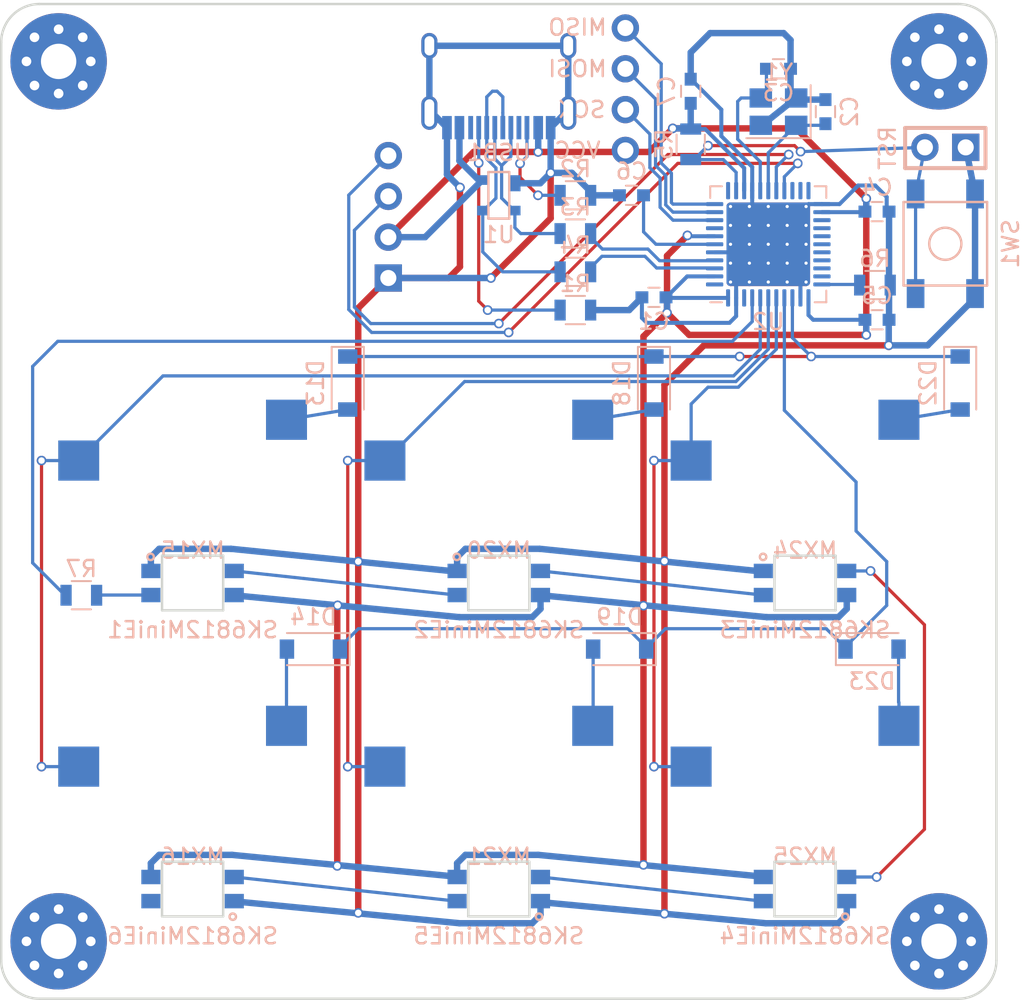
<source format=kicad_pcb>
(kicad_pcb (version 20171130) (host pcbnew "(5.1.5)-3")

  (general
    (thickness 1.6)
    (drawings 8)
    (tracks 355)
    (zones 0)
    (modules 44)
    (nets 38)
  )

  (page A3)
  (layers
    (0 F.Cu signal)
    (31 B.Cu signal)
    (32 B.Adhes user)
    (33 F.Adhes user)
    (34 B.Paste user)
    (35 F.Paste user)
    (36 B.SilkS user)
    (37 F.SilkS user)
    (38 B.Mask user)
    (39 F.Mask user)
    (40 Dwgs.User user hide)
    (41 Cmts.User user)
    (42 Eco1.User user)
    (43 Eco2.User user)
    (44 Edge.Cuts user)
    (45 Margin user)
    (46 B.CrtYd user)
    (47 F.CrtYd user)
    (48 B.Fab user)
    (49 F.Fab user)
  )

  (setup
    (last_trace_width 0.2)
    (trace_clearance 0.1524)
    (zone_clearance 0.3556)
    (zone_45_only no)
    (trace_min 0.2)
    (via_size 0.6)
    (via_drill 0.4)
    (via_min_size 0.4)
    (via_min_drill 0.3)
    (uvia_size 0.3)
    (uvia_drill 0.1)
    (uvias_allowed no)
    (uvia_min_size 0.2)
    (uvia_min_drill 0.1)
    (edge_width 0.15)
    (segment_width 0.15)
    (pcb_text_width 0.3)
    (pcb_text_size 1.5 1.5)
    (mod_edge_width 0.15)
    (mod_text_size 1 1)
    (mod_text_width 0.15)
    (pad_size 2.5 2.5)
    (pad_drill 1.47)
    (pad_to_mask_clearance 0.2)
    (aux_axis_origin 0 0)
    (visible_elements 7FFFFFFF)
    (pcbplotparams
      (layerselection 0x310fc_80000001)
      (usegerberextensions false)
      (usegerberattributes false)
      (usegerberadvancedattributes false)
      (creategerberjobfile false)
      (excludeedgelayer true)
      (linewidth 0.100000)
      (plotframeref false)
      (viasonmask false)
      (mode 1)
      (useauxorigin false)
      (hpglpennumber 1)
      (hpglpenspeed 20)
      (hpglpendiameter 15.000000)
      (psnegative false)
      (psa4output false)
      (plotreference true)
      (plotvalue true)
      (plotinvisibletext false)
      (padsonsilk false)
      (subtractmaskfromsilk false)
      (outputformat 3)
      (mirror false)
      (drillshape 0)
      (scaleselection 1)
      (outputdirectory "DXF"))
  )

  (net 0 "")
  (net 1 +5V)
  (net 2 GND)
  (net 3 "Net-(C2-Pad1)")
  (net 4 "Net-(C3-Pad1)")
  (net 5 "Net-(C6-Pad1)")
  (net 6 "Net-(D13-Pad2)")
  (net 7 "Net-(D14-Pad2)")
  (net 8 "Net-(D18-Pad2)")
  (net 9 "Net-(D19-Pad2)")
  (net 10 "Net-(D22-Pad2)")
  (net 11 "Net-(D23-Pad2)")
  (net 12 "Net-(R1-Pad2)")
  (net 13 "Net-(R2-Pad2)")
  (net 14 D+)
  (net 15 "Net-(R3-Pad2)")
  (net 16 D-)
  (net 17 "Net-(R4-Pad2)")
  (net 18 RST)
  (net 19 "Net-(R6-Pad2)")
  (net 20 "Net-(SK6812MiniE1-Pad2)")
  (net 21 "Net-(SK6812MiniE2-Pad2)")
  (net 22 "Net-(SK6812MiniE3-Pad2)")
  (net 23 "Net-(SK6812MiniE4-Pad2)")
  (net 24 "Net-(SK6812MiniE5-Pad2)")
  (net 25 "Net-(SK6812MiniE6-Pad2)")
  (net 26 ROW0)
  (net 27 ROW1)
  (net 28 COL0)
  (net 29 COL1)
  (net 30 COL2)
  (net 31 RGBLED)
  (net 32 SCL)
  (net 33 SDA)
  (net 34 "Net-(R7-Pad2)")
  (net 35 SCK)
  (net 36 MOSI)
  (net 37 MISO)

  (net_class Default "This is the default net class."
    (clearance 0.1524)
    (trace_width 0.2)
    (via_dia 0.6)
    (via_drill 0.4)
    (uvia_dia 0.3)
    (uvia_drill 0.1)
    (add_net COL0)
    (add_net COL1)
    (add_net COL2)
    (add_net D+)
    (add_net D-)
    (add_net MISO)
    (add_net MOSI)
    (add_net "Net-(C2-Pad1)")
    (add_net "Net-(C3-Pad1)")
    (add_net "Net-(C6-Pad1)")
    (add_net "Net-(D13-Pad2)")
    (add_net "Net-(D14-Pad2)")
    (add_net "Net-(D18-Pad2)")
    (add_net "Net-(D19-Pad2)")
    (add_net "Net-(D22-Pad2)")
    (add_net "Net-(D23-Pad2)")
    (add_net "Net-(R1-Pad2)")
    (add_net "Net-(R2-Pad2)")
    (add_net "Net-(R3-Pad2)")
    (add_net "Net-(R4-Pad2)")
    (add_net "Net-(R6-Pad2)")
    (add_net "Net-(R7-Pad2)")
    (add_net "Net-(SK6812MiniE1-Pad2)")
    (add_net "Net-(SK6812MiniE2-Pad2)")
    (add_net "Net-(SK6812MiniE3-Pad2)")
    (add_net "Net-(SK6812MiniE4-Pad2)")
    (add_net "Net-(SK6812MiniE5-Pad2)")
    (add_net "Net-(SK6812MiniE6-Pad2)")
    (add_net RGBLED)
    (add_net ROW0)
    (add_net ROW1)
    (add_net RST)
    (add_net SCK)
    (add_net SCL)
    (add_net SDA)
  )

  (net_class Power ""
    (clearance 0.1524)
    (trace_width 0.4)
    (via_dia 0.6)
    (via_drill 0.4)
    (uvia_dia 0.3)
    (uvia_drill 0.1)
    (add_net +5V)
    (add_net GND)
  )

  (module sanproject-keyboard-part:mounting-circular locked (layer F.Cu) (tedit 5AD6F75A) (tstamp 60995554)
    (at 239.315625 86.915625)
    (path /60A2CF16)
    (fp_text reference LOGO5 (at 0 5) (layer Dwgs.User)
      (effects (font (size 1 1) (thickness 0.15)))
    )
    (fp_text value Logo_Open_Hardware_Large (at 0 -5) (layer Dwgs.User)
      (effects (font (size 1 1) (thickness 0.15)))
    )
    (pad 1 thru_hole circle (at -2 0) (size 1 1) (drill 0.6) (layers *.Cu *.Mask))
    (pad 1 thru_hole circle (at 2 0) (size 1 1) (drill 0.6) (layers *.Cu *.Mask))
    (pad 1 thru_hole circle (at -1.5 1.5) (size 1 1) (drill 0.6) (layers *.Cu *.Mask))
    (pad 1 thru_hole circle (at 1.5 1.5) (size 1 1) (drill 0.6) (layers *.Cu *.Mask))
    (pad 1 thru_hole circle (at 0 2) (size 1 1) (drill 0.6) (layers *.Cu *.Mask))
    (pad 1 thru_hole circle (at -1.5 -1.5) (size 1 1) (drill 0.6) (layers *.Cu *.Mask))
    (pad 1 thru_hole circle (at 1.5 -1.5) (size 1 1) (drill 0.6) (layers *.Cu *.Mask))
    (pad 1 thru_hole circle (at 0 -2) (size 1 1) (drill 0.6) (layers *.Cu *.Mask))
    (pad 1 thru_hole circle (at 0 0) (size 6 6) (drill oval 2.2) (layers *.Cu *.Mask))
  )

  (module sanproject-keyboard-part:SKQG-1155865 (layer B.Cu) (tedit 6098DC49) (tstamp 609917DC)
    (at 294.477 98.266 270)
    (path /6095449E)
    (attr smd)
    (fp_text reference SW1 (at 0 -4.064 90) (layer B.SilkS)
      (effects (font (size 1 1) (thickness 0.15)) (justify mirror))
    )
    (fp_text value SW_Push (at 0 4.064 90) (layer B.Fab)
      (effects (font (size 1 1) (thickness 0.15)) (justify mirror))
    )
    (fp_line (start -2.6 2.6) (end 2.6 2.6) (layer B.SilkS) (width 0.15))
    (fp_line (start 2.6 2.6) (end 2.6 -2.6) (layer B.SilkS) (width 0.15))
    (fp_line (start 2.6 -2.6) (end -2.6 -2.6) (layer B.SilkS) (width 0.15))
    (fp_line (start -2.6 -2.6) (end -2.6 2.6) (layer B.SilkS) (width 0.15))
    (fp_circle (center 0 0) (end 1 0) (layer B.SilkS) (width 0.15))
    (fp_line (start -4.2 2.6) (end 4.2 2.6) (layer B.Fab) (width 0.15))
    (fp_line (start 4.2 2.6) (end 4.2 1.2) (layer B.Fab) (width 0.15))
    (fp_line (start 4.2 1.1) (end 2.6 1.1) (layer B.Fab) (width 0.15))
    (fp_line (start 2.6 1.1) (end 2.6 -1.1) (layer B.Fab) (width 0.15))
    (fp_line (start 2.6 -1.1) (end 4.2 -1.1) (layer B.Fab) (width 0.15))
    (fp_line (start 4.2 -1.1) (end 4.2 -2.6) (layer B.Fab) (width 0.15))
    (fp_line (start 4.2 -2.6) (end -4.2 -2.6) (layer B.Fab) (width 0.15))
    (fp_line (start -4.2 -2.6) (end -4.2 -1.1) (layer B.Fab) (width 0.15))
    (fp_line (start -4.2 -1.1) (end -2.6 -1.1) (layer B.Fab) (width 0.15))
    (fp_line (start -2.6 -1.1) (end -2.6 1.1) (layer B.Fab) (width 0.15))
    (fp_line (start -2.6 1.1) (end -4.2 1.1) (layer B.Fab) (width 0.15))
    (fp_line (start -4.2 1.1) (end -4.2 2.6) (layer B.Fab) (width 0.15))
    (fp_circle (center 0 0) (end 1 0) (layer B.Fab) (width 0.15))
    (fp_line (start -2.6 1.1) (end -1.1 2.6) (layer B.Fab) (width 0.15))
    (fp_line (start 2.6 1.1) (end 1.1 2.6) (layer B.Fab) (width 0.15))
    (fp_line (start 2.6 -1.1) (end 1.1 -2.6) (layer B.Fab) (width 0.15))
    (fp_line (start -2.6 -1.1) (end -1.1 -2.6) (layer B.Fab) (width 0.15))
    (pad 1 smd rect (at -3.1 -1.85 270) (size 1.8 1.1) (layers B.Cu B.Paste B.Mask)
      (net 2 GND))
    (pad 2 smd rect (at 3.1 1.85 270) (size 1.8 1.1) (layers B.Cu B.Paste B.Mask)
      (net 18 RST))
    (pad 2 smd rect (at -3.1 1.85 270) (size 1.8 1.1) (layers B.Cu B.Paste B.Mask)
      (net 18 RST))
    (pad 1 smd rect (at 3.1 -1.85 270) (size 1.8 1.1) (layers B.Cu B.Paste B.Mask)
      (net 2 GND))
    (model ${KISYS3DMOD}/Button_Switch_SMD.3dshapes/SW_SPST_TL3342.step
      (at (xyz 0 0 0))
      (scale (xyz 1 1 1))
      (rotate (xyz 0 0 0))
    )
  )

  (module sanproject-keyboard-part:Reset_Pretty (layer B.Cu) (tedit 6098DBB5) (tstamp 60991924)
    (at 294.477 92.266)
    (path /60998DC4)
    (attr virtual)
    (fp_text reference U5 (at 0 -3.46 180) (layer Dwgs.User)
      (effects (font (size 1 1) (thickness 0.15)))
    )
    (fp_text value STF202-22T1G (at 0 6 180) (layer Dwgs.User)
      (effects (font (size 1 1) (thickness 0.15)))
    )
    (fp_text user RST (at -3.5962 0.0376 90) (layer B.SilkS)
      (effects (font (size 1 1) (thickness 0.15)) (justify mirror))
    )
    (fp_line (start -2.5 1.29) (end 2.5 1.29) (layer B.SilkS) (width 0.25))
    (fp_line (start 2.5 1.29) (end 2.5 -1.21) (layer B.SilkS) (width 0.25))
    (fp_line (start 2.5 -1.21) (end -2.5 -1.21) (layer B.SilkS) (width 0.25))
    (fp_line (start -2.5 -1.21) (end -2.5 1.29) (layer B.SilkS) (width 0.25))
    (pad 6 thru_hole rect (at 1.27 0) (size 1.7 1.7) (drill 1) (layers *.Cu *.Mask)
      (net 2 GND))
    (pad 5 thru_hole circle (at -1.27 0) (size 1.7 1.7) (drill 1) (layers *.Cu *.Mask)
      (net 18 RST))
  )

  (module sanproject-keyboard-part:Reset_Pretty (layer B.Cu) (tedit 6098DA69) (tstamp 6098F75C)
    (at 274.574 88.646)
    (path /6098D17D)
    (attr virtual)
    (fp_text reference U4 (at 0 -7.27 180) (layer Dwgs.User)
      (effects (font (size 1 1) (thickness 0.15)))
    )
    (fp_text value STF202-22T1G (at 0 6 180) (layer Dwgs.User)
      (effects (font (size 1 1) (thickness 0.15)))
    )
    (fp_text user MISO (at -2.98 -3.85 180) (layer B.SilkS)
      (effects (font (size 1 1) (thickness 0.15)) (justify mirror))
    )
    (fp_text user SCK (at -2.73 1.27 180) (layer B.SilkS)
      (effects (font (size 1 1) (thickness 0.15)) (justify mirror))
    )
    (fp_text user MOSI (at -2.98 -1.27) (layer B.SilkS)
      (effects (font (size 1 1) (thickness 0.15)) (justify mirror))
    )
    (fp_text user VCC (at -2.98 3.81) (layer B.SilkS)
      (effects (font (size 1 1) (thickness 0.15)) (justify mirror))
    )
    (pad 3 thru_hole circle (at 0 -1.27 180) (size 1.7 1.7) (drill 1) (layers *.Cu *.Mask)
      (net 36 MOSI))
    (pad 2 thru_hole circle (at 0 1.27) (size 1.7 1.7) (drill 1) (layers *.Cu *.Mask)
      (net 35 SCK))
    (pad 1 thru_hole circle (at 0 -3.81) (size 1.7 1.7) (drill 1) (layers *.Cu *.Mask)
      (net 37 MISO))
    (pad 4 thru_hole circle (at 0 3.81 180) (size 1.7 1.7) (drill 1) (layers *.Cu *.Mask)
      (net 1 +5V))
  )

  (module sanproject-keyboard-part:R_0805 (layer B.Cu) (tedit 5ECFFC16) (tstamp 6099A663)
    (at 240.7285 120.142 180)
    (descr "Resistor SMD 0805, reflow soldering, Vishay (see dcrcw.pdf)")
    (tags "resistor 0805")
    (path /60A325DD)
    (attr smd)
    (fp_text reference R7 (at 0 1.65) (layer B.SilkS)
      (effects (font (size 1 1) (thickness 0.15)) (justify mirror))
    )
    (fp_text value R (at 0 -1.75) (layer B.Fab)
      (effects (font (size 1 1) (thickness 0.15)) (justify mirror))
    )
    (fp_text user %R (at 0 0) (layer B.Fab)
      (effects (font (size 0.5 0.5) (thickness 0.075)) (justify mirror))
    )
    (fp_line (start -1 -0.62) (end -1 0.62) (layer B.Fab) (width 0.1))
    (fp_line (start 1 -0.62) (end -1 -0.62) (layer B.Fab) (width 0.1))
    (fp_line (start 1 0.62) (end 1 -0.62) (layer B.Fab) (width 0.1))
    (fp_line (start -1 0.62) (end 1 0.62) (layer B.Fab) (width 0.1))
    (fp_line (start 0.6 -0.88) (end -0.6 -0.88) (layer B.SilkS) (width 0.12))
    (fp_line (start -0.6 0.88) (end 0.6 0.88) (layer B.SilkS) (width 0.12))
    (fp_line (start -1.55 0.9) (end 1.55 0.9) (layer B.CrtYd) (width 0.05))
    (fp_line (start -1.55 0.9) (end -1.55 -0.9) (layer B.CrtYd) (width 0.05))
    (fp_line (start 1.55 -0.9) (end 1.55 0.9) (layer B.CrtYd) (width 0.05))
    (fp_line (start 1.55 -0.9) (end -1.55 -0.9) (layer B.CrtYd) (width 0.05))
    (pad 1 smd rect (at -0.95 0 180) (size 0.7 1.3) (layers B.Cu B.Paste B.Mask)
      (net 31 RGBLED))
    (pad 2 smd rect (at 0.95 0 180) (size 0.7 1.3) (layers B.Cu B.Paste B.Mask)
      (net 34 "Net-(R7-Pad2)"))
    (model ${KISYS3DMOD}/Resistors_SMD.3dshapes/R_0805.wrl
      (at (xyz 0 0 0))
      (scale (xyz 1 1 1))
      (rotate (xyz 0 0 0))
    )
  )

  (module sanproject-keyboard-part:mounting-circular locked (layer F.Cu) (tedit 5AD6F75A) (tstamp 60994797)
    (at 294.084375 141.684375)
    (path /60A2A5B3)
    (fp_text reference LOGO4 (at 0 5) (layer Dwgs.User)
      (effects (font (size 1 1) (thickness 0.15)))
    )
    (fp_text value Logo_Open_Hardware_Large (at 0 -5) (layer Dwgs.User)
      (effects (font (size 1 1) (thickness 0.15)))
    )
    (pad 1 thru_hole circle (at -2 0) (size 1 1) (drill 0.6) (layers *.Cu *.Mask))
    (pad 1 thru_hole circle (at 2 0) (size 1 1) (drill 0.6) (layers *.Cu *.Mask))
    (pad 1 thru_hole circle (at -1.5 1.5) (size 1 1) (drill 0.6) (layers *.Cu *.Mask))
    (pad 1 thru_hole circle (at 1.5 1.5) (size 1 1) (drill 0.6) (layers *.Cu *.Mask))
    (pad 1 thru_hole circle (at 0 2) (size 1 1) (drill 0.6) (layers *.Cu *.Mask))
    (pad 1 thru_hole circle (at -1.5 -1.5) (size 1 1) (drill 0.6) (layers *.Cu *.Mask))
    (pad 1 thru_hole circle (at 1.5 -1.5) (size 1 1) (drill 0.6) (layers *.Cu *.Mask))
    (pad 1 thru_hole circle (at 0 -2) (size 1 1) (drill 0.6) (layers *.Cu *.Mask))
    (pad 1 thru_hole circle (at 0 0) (size 6 6) (drill oval 2.2) (layers *.Cu *.Mask))
  )

  (module sanproject-keyboard-part:mounting-circular locked (layer F.Cu) (tedit 5AD6F75A) (tstamp 6099478A)
    (at 294.084375 86.915625)
    (path /60A27BC9)
    (fp_text reference LOGO3 (at 0 5) (layer Dwgs.User)
      (effects (font (size 1 1) (thickness 0.15)))
    )
    (fp_text value Logo_Open_Hardware_Large (at 0 -5) (layer Dwgs.User)
      (effects (font (size 1 1) (thickness 0.15)))
    )
    (pad 1 thru_hole circle (at -2 0) (size 1 1) (drill 0.6) (layers *.Cu *.Mask))
    (pad 1 thru_hole circle (at 2 0) (size 1 1) (drill 0.6) (layers *.Cu *.Mask))
    (pad 1 thru_hole circle (at -1.5 1.5) (size 1 1) (drill 0.6) (layers *.Cu *.Mask))
    (pad 1 thru_hole circle (at 1.5 1.5) (size 1 1) (drill 0.6) (layers *.Cu *.Mask))
    (pad 1 thru_hole circle (at 0 2) (size 1 1) (drill 0.6) (layers *.Cu *.Mask))
    (pad 1 thru_hole circle (at -1.5 -1.5) (size 1 1) (drill 0.6) (layers *.Cu *.Mask))
    (pad 1 thru_hole circle (at 1.5 -1.5) (size 1 1) (drill 0.6) (layers *.Cu *.Mask))
    (pad 1 thru_hole circle (at 0 -2) (size 1 1) (drill 0.6) (layers *.Cu *.Mask))
    (pad 1 thru_hole circle (at 0 0) (size 6 6) (drill oval 2.2) (layers *.Cu *.Mask))
  )

  (module sanproject-keyboard-part:mounting-circular locked (layer F.Cu) (tedit 5AD6F75A) (tstamp 6099477D)
    (at 239.315625 141.684375)
    (path /60A251E4)
    (fp_text reference LOGO2 (at 0 5) (layer Dwgs.User)
      (effects (font (size 1 1) (thickness 0.15)))
    )
    (fp_text value Logo_Open_Hardware_Large (at 0 -5) (layer Dwgs.User)
      (effects (font (size 1 1) (thickness 0.15)))
    )
    (pad 1 thru_hole circle (at -2 0) (size 1 1) (drill 0.6) (layers *.Cu *.Mask))
    (pad 1 thru_hole circle (at 2 0) (size 1 1) (drill 0.6) (layers *.Cu *.Mask))
    (pad 1 thru_hole circle (at -1.5 1.5) (size 1 1) (drill 0.6) (layers *.Cu *.Mask))
    (pad 1 thru_hole circle (at 1.5 1.5) (size 1 1) (drill 0.6) (layers *.Cu *.Mask))
    (pad 1 thru_hole circle (at 0 2) (size 1 1) (drill 0.6) (layers *.Cu *.Mask))
    (pad 1 thru_hole circle (at -1.5 -1.5) (size 1 1) (drill 0.6) (layers *.Cu *.Mask))
    (pad 1 thru_hole circle (at 1.5 -1.5) (size 1 1) (drill 0.6) (layers *.Cu *.Mask))
    (pad 1 thru_hole circle (at 0 -2) (size 1 1) (drill 0.6) (layers *.Cu *.Mask))
    (pad 1 thru_hole circle (at 0 0) (size 6 6) (drill oval 2.2) (layers *.Cu *.Mask))
  )

  (module sanproject-keyboard-part:0.91_SSD1306_OLED (layer B.Cu) (tedit 5E1AB3EA) (tstamp 609901B3)
    (at 278.60625 88.10625)
    (path /609EB42E)
    (fp_text reference U3 (at 0 -0.5) (layer B.SilkS) hide
      (effects (font (size 1 1) (thickness 0.15)) (justify mirror))
    )
    (fp_text value STF202-22T1G (at 0 0.5) (layer B.Fab)
      (effects (font (size 1 1) (thickness 0.15)) (justify mirror))
    )
    (pad 1 thru_hole rect (at -18.78 12.29) (size 1.7 1.7) (drill 1) (layers *.Cu *.Mask)
      (net 2 GND))
    (pad 4 thru_hole oval (at -18.78 4.67) (size 1.7 1.7) (drill 1) (layers *.Cu *.Mask)
      (net 33 SDA))
    (pad 2 thru_hole oval (at -18.78 9.75) (size 1.7 1.7) (drill 1) (layers *.Cu *.Mask)
      (net 1 +5V))
    (pad 3 thru_hole oval (at -18.78 7.21) (size 1.7 1.7) (drill 1) (layers *.Cu *.Mask)
      (net 32 SCL))
  )

  (module sanproject-keyboard-part:RGB-6028 (layer B.Cu) (tedit 5F9AE305) (tstamp 6097BDD3)
    (at 247.65 133.35 180)
    (path /611BA3E7/60963E51)
    (attr smd)
    (fp_text reference SK6812MiniE6 (at 0 -8) (layer B.SilkS)
      (effects (font (size 1 1) (thickness 0.15)) (justify mirror))
    )
    (fp_text value WS2812B (at 0 -2.3) (layer B.Fab)
      (effects (font (size 1 1) (thickness 0.15)) (justify mirror))
    )
    (fp_line (start 1.9 -3.38) (end -1.9 -3.38) (layer Edge.Cuts) (width 0.15))
    (fp_line (start 1.9 -3.38) (end 1.9 -6.78) (layer Edge.Cuts) (width 0.15))
    (fp_line (start 1.9 -6.78) (end -1.9 -6.78) (layer Edge.Cuts) (width 0.15))
    (fp_line (start -1.9 -3.38) (end -1.9 -6.78) (layer Edge.Cuts) (width 0.15))
    (fp_line (start -9.525 9.525) (end 9.525 9.525) (layer Dwgs.User) (width 0.15))
    (fp_line (start 9.525 9.525) (end 9.525 -9.525) (layer Dwgs.User) (width 0.15))
    (fp_line (start 9.525 -9.525) (end -9.525 -9.525) (layer Dwgs.User) (width 0.15))
    (fp_line (start -9.525 -9.525) (end -9.525 9.525) (layer Dwgs.User) (width 0.15))
    (fp_circle (center -2.5 -6.8) (end -2.5 -6.6) (layer B.SilkS) (width 0.15))
    (pad 1 smd rect (at 2.595 -4.33 180) (size 1.19 0.9) (layers B.Cu B.Paste B.Mask)
      (net 1 +5V))
    (pad 3 smd rect (at -2.595 -5.83 180) (size 1.19 0.9) (layers B.Cu B.Paste B.Mask)
      (net 2 GND))
    (pad 4 smd rect (at -2.595 -4.33 180) (size 1.19 0.9) (layers B.Cu B.Paste B.Mask)
      (net 24 "Net-(SK6812MiniE5-Pad2)"))
    (pad 2 smd rect (at 2.595 -5.83 180) (size 1.19 0.9) (layers B.Cu B.Paste B.Mask)
      (net 25 "Net-(SK6812MiniE6-Pad2)"))
  )

  (module sanproject-keyboard-part:RGB-6028 (layer B.Cu) (tedit 5F9AE305) (tstamp 6097BDC2)
    (at 266.7 133.35 180)
    (path /611BA3E7/60963E4B)
    (attr smd)
    (fp_text reference SK6812MiniE5 (at 0 -8) (layer B.SilkS)
      (effects (font (size 1 1) (thickness 0.15)) (justify mirror))
    )
    (fp_text value WS2812B (at 0 -2.3) (layer B.Fab)
      (effects (font (size 1 1) (thickness 0.15)) (justify mirror))
    )
    (fp_line (start 1.9 -3.38) (end -1.9 -3.38) (layer Edge.Cuts) (width 0.15))
    (fp_line (start 1.9 -3.38) (end 1.9 -6.78) (layer Edge.Cuts) (width 0.15))
    (fp_line (start 1.9 -6.78) (end -1.9 -6.78) (layer Edge.Cuts) (width 0.15))
    (fp_line (start -1.9 -3.38) (end -1.9 -6.78) (layer Edge.Cuts) (width 0.15))
    (fp_line (start -9.525 9.525) (end 9.525 9.525) (layer Dwgs.User) (width 0.15))
    (fp_line (start 9.525 9.525) (end 9.525 -9.525) (layer Dwgs.User) (width 0.15))
    (fp_line (start 9.525 -9.525) (end -9.525 -9.525) (layer Dwgs.User) (width 0.15))
    (fp_line (start -9.525 -9.525) (end -9.525 9.525) (layer Dwgs.User) (width 0.15))
    (fp_circle (center -2.5 -6.8) (end -2.5 -6.6) (layer B.SilkS) (width 0.15))
    (pad 1 smd rect (at 2.595 -4.33 180) (size 1.19 0.9) (layers B.Cu B.Paste B.Mask)
      (net 1 +5V))
    (pad 3 smd rect (at -2.595 -5.83 180) (size 1.19 0.9) (layers B.Cu B.Paste B.Mask)
      (net 2 GND))
    (pad 4 smd rect (at -2.595 -4.33 180) (size 1.19 0.9) (layers B.Cu B.Paste B.Mask)
      (net 23 "Net-(SK6812MiniE4-Pad2)"))
    (pad 2 smd rect (at 2.595 -5.83 180) (size 1.19 0.9) (layers B.Cu B.Paste B.Mask)
      (net 24 "Net-(SK6812MiniE5-Pad2)"))
  )

  (module sanproject-keyboard-part:RGB-6028 (layer B.Cu) (tedit 5F9AE305) (tstamp 6097BDB1)
    (at 285.75 133.35 180)
    (path /611BA3E7/60960C15)
    (attr smd)
    (fp_text reference SK6812MiniE4 (at 0 -8) (layer B.SilkS)
      (effects (font (size 1 1) (thickness 0.15)) (justify mirror))
    )
    (fp_text value WS2812B (at 0 -2.3) (layer B.Fab)
      (effects (font (size 1 1) (thickness 0.15)) (justify mirror))
    )
    (fp_circle (center -2.5 -6.8) (end -2.5 -6.6) (layer B.SilkS) (width 0.15))
    (fp_line (start -9.525 -9.525) (end -9.525 9.525) (layer Dwgs.User) (width 0.15))
    (fp_line (start 9.525 -9.525) (end -9.525 -9.525) (layer Dwgs.User) (width 0.15))
    (fp_line (start 9.525 9.525) (end 9.525 -9.525) (layer Dwgs.User) (width 0.15))
    (fp_line (start -9.525 9.525) (end 9.525 9.525) (layer Dwgs.User) (width 0.15))
    (fp_line (start -1.9 -3.38) (end -1.9 -6.78) (layer Edge.Cuts) (width 0.15))
    (fp_line (start 1.9 -6.78) (end -1.9 -6.78) (layer Edge.Cuts) (width 0.15))
    (fp_line (start 1.9 -3.38) (end 1.9 -6.78) (layer Edge.Cuts) (width 0.15))
    (fp_line (start 1.9 -3.38) (end -1.9 -3.38) (layer Edge.Cuts) (width 0.15))
    (pad 2 smd rect (at 2.595 -5.83 180) (size 1.19 0.9) (layers B.Cu B.Paste B.Mask)
      (net 23 "Net-(SK6812MiniE4-Pad2)"))
    (pad 4 smd rect (at -2.595 -4.33 180) (size 1.19 0.9) (layers B.Cu B.Paste B.Mask)
      (net 22 "Net-(SK6812MiniE3-Pad2)"))
    (pad 3 smd rect (at -2.595 -5.83 180) (size 1.19 0.9) (layers B.Cu B.Paste B.Mask)
      (net 2 GND))
    (pad 1 smd rect (at 2.595 -4.33 180) (size 1.19 0.9) (layers B.Cu B.Paste B.Mask)
      (net 1 +5V))
  )

  (module MX_Only_v3:MXOnly-1U-Hotswap (layer F.Cu) (tedit 5BFF7B40) (tstamp 6097BD07)
    (at 285.75 133.35)
    (path /609B805E)
    (attr smd)
    (fp_text reference MX25 (at 0 3.048) (layer B.CrtYd)
      (effects (font (size 1 1) (thickness 0.15)) (justify mirror))
    )
    (fp_text value MX-NoLED (at 0 -7.9375) (layer Dwgs.User)
      (effects (font (size 1 1) (thickness 0.15)))
    )
    (fp_line (start -5.842 -1.27) (end -5.842 -3.81) (layer B.CrtYd) (width 0.15))
    (fp_line (start -8.382 -1.27) (end -5.842 -1.27) (layer B.CrtYd) (width 0.15))
    (fp_line (start -8.382 -3.81) (end -8.382 -1.27) (layer B.CrtYd) (width 0.15))
    (fp_line (start -5.842 -3.81) (end -8.382 -3.81) (layer B.CrtYd) (width 0.15))
    (fp_line (start 4.572 -3.81) (end 4.572 -6.35) (layer B.CrtYd) (width 0.15))
    (fp_line (start 7.112 -3.81) (end 4.572 -3.81) (layer B.CrtYd) (width 0.15))
    (fp_line (start 7.112 -6.35) (end 7.112 -3.81) (layer B.CrtYd) (width 0.15))
    (fp_line (start 4.572 -6.35) (end 7.112 -6.35) (layer B.CrtYd) (width 0.15))
    (fp_circle (center -3.81 -2.54) (end -3.81 -4.064) (layer B.CrtYd) (width 0.15))
    (fp_circle (center 2.54 -5.08) (end 2.54 -6.604) (layer B.CrtYd) (width 0.15))
    (fp_text user %R (at 0 3.048) (layer B.SilkS)
      (effects (font (size 1 1) (thickness 0.15)) (justify mirror))
    )
    (fp_line (start -9.525 9.525) (end -9.525 -9.525) (layer Dwgs.User) (width 0.15))
    (fp_line (start 9.525 9.525) (end -9.525 9.525) (layer Dwgs.User) (width 0.15))
    (fp_line (start 9.525 -9.525) (end 9.525 9.525) (layer Dwgs.User) (width 0.15))
    (fp_line (start -9.525 -9.525) (end 9.525 -9.525) (layer Dwgs.User) (width 0.15))
    (fp_line (start -7 -7) (end -7 -5) (layer Dwgs.User) (width 0.15))
    (fp_line (start -5 -7) (end -7 -7) (layer Dwgs.User) (width 0.15))
    (fp_line (start -7 7) (end -5 7) (layer Dwgs.User) (width 0.15))
    (fp_line (start -7 5) (end -7 7) (layer Dwgs.User) (width 0.15))
    (fp_line (start 7 7) (end 7 5) (layer Dwgs.User) (width 0.15))
    (fp_line (start 5 7) (end 7 7) (layer Dwgs.User) (width 0.15))
    (fp_line (start 7 -7) (end 7 -5) (layer Dwgs.User) (width 0.15))
    (fp_line (start 5 -7) (end 7 -7) (layer Dwgs.User) (width 0.15))
    (pad 2 smd rect (at 5.842 -5.08) (size 2.55 2.5) (layers B.Cu B.Paste B.Mask)
      (net 11 "Net-(D23-Pad2)"))
    (pad 1 smd rect (at -7.085 -2.54) (size 2.55 2.5) (layers B.Cu B.Paste B.Mask)
      (net 30 COL2))
    (pad "" np_thru_hole circle (at 5.08 0 48.0996) (size 1.75 1.75) (drill 1.75) (layers *.Cu *.Mask))
    (pad "" np_thru_hole circle (at -5.08 0 48.0996) (size 1.75 1.75) (drill 1.75) (layers *.Cu *.Mask))
    (pad "" np_thru_hole circle (at -3.81 -2.54) (size 3 3) (drill 3) (layers *.Cu *.Mask))
    (pad "" np_thru_hole circle (at 0 0) (size 3.9878 3.9878) (drill 3.9878) (layers *.Cu *.Mask))
    (pad "" np_thru_hole circle (at 2.54 -5.08) (size 3 3) (drill 3) (layers *.Cu *.Mask))
  )

  (module MX_Only_v3:MXOnly-1U-Hotswap (layer F.Cu) (tedit 5BFF7B40) (tstamp 6097BCF2)
    (at 285.75 114.3)
    (path /609B7FFE)
    (attr smd)
    (fp_text reference MX24 (at 0 3.048) (layer B.CrtYd)
      (effects (font (size 1 1) (thickness 0.15)) (justify mirror))
    )
    (fp_text value MX-NoLED (at 0 -7.9375) (layer Dwgs.User)
      (effects (font (size 1 1) (thickness 0.15)))
    )
    (fp_line (start -5.842 -1.27) (end -5.842 -3.81) (layer B.CrtYd) (width 0.15))
    (fp_line (start -8.382 -1.27) (end -5.842 -1.27) (layer B.CrtYd) (width 0.15))
    (fp_line (start -8.382 -3.81) (end -8.382 -1.27) (layer B.CrtYd) (width 0.15))
    (fp_line (start -5.842 -3.81) (end -8.382 -3.81) (layer B.CrtYd) (width 0.15))
    (fp_line (start 4.572 -3.81) (end 4.572 -6.35) (layer B.CrtYd) (width 0.15))
    (fp_line (start 7.112 -3.81) (end 4.572 -3.81) (layer B.CrtYd) (width 0.15))
    (fp_line (start 7.112 -6.35) (end 7.112 -3.81) (layer B.CrtYd) (width 0.15))
    (fp_line (start 4.572 -6.35) (end 7.112 -6.35) (layer B.CrtYd) (width 0.15))
    (fp_circle (center -3.81 -2.54) (end -3.81 -4.064) (layer B.CrtYd) (width 0.15))
    (fp_circle (center 2.54 -5.08) (end 2.54 -6.604) (layer B.CrtYd) (width 0.15))
    (fp_text user %R (at 0 3.048) (layer B.SilkS)
      (effects (font (size 1 1) (thickness 0.15)) (justify mirror))
    )
    (fp_line (start -9.525 9.525) (end -9.525 -9.525) (layer Dwgs.User) (width 0.15))
    (fp_line (start 9.525 9.525) (end -9.525 9.525) (layer Dwgs.User) (width 0.15))
    (fp_line (start 9.525 -9.525) (end 9.525 9.525) (layer Dwgs.User) (width 0.15))
    (fp_line (start -9.525 -9.525) (end 9.525 -9.525) (layer Dwgs.User) (width 0.15))
    (fp_line (start -7 -7) (end -7 -5) (layer Dwgs.User) (width 0.15))
    (fp_line (start -5 -7) (end -7 -7) (layer Dwgs.User) (width 0.15))
    (fp_line (start -7 7) (end -5 7) (layer Dwgs.User) (width 0.15))
    (fp_line (start -7 5) (end -7 7) (layer Dwgs.User) (width 0.15))
    (fp_line (start 7 7) (end 7 5) (layer Dwgs.User) (width 0.15))
    (fp_line (start 5 7) (end 7 7) (layer Dwgs.User) (width 0.15))
    (fp_line (start 7 -7) (end 7 -5) (layer Dwgs.User) (width 0.15))
    (fp_line (start 5 -7) (end 7 -7) (layer Dwgs.User) (width 0.15))
    (pad 2 smd rect (at 5.842 -5.08) (size 2.55 2.5) (layers B.Cu B.Paste B.Mask)
      (net 10 "Net-(D22-Pad2)"))
    (pad 1 smd rect (at -7.085 -2.54) (size 2.55 2.5) (layers B.Cu B.Paste B.Mask)
      (net 30 COL2))
    (pad "" np_thru_hole circle (at 5.08 0 48.0996) (size 1.75 1.75) (drill 1.75) (layers *.Cu *.Mask))
    (pad "" np_thru_hole circle (at -5.08 0 48.0996) (size 1.75 1.75) (drill 1.75) (layers *.Cu *.Mask))
    (pad "" np_thru_hole circle (at -3.81 -2.54) (size 3 3) (drill 3) (layers *.Cu *.Mask))
    (pad "" np_thru_hole circle (at 0 0) (size 3.9878 3.9878) (drill 3.9878) (layers *.Cu *.Mask))
    (pad "" np_thru_hole circle (at 2.54 -5.08) (size 3 3) (drill 3) (layers *.Cu *.Mask))
  )

  (module MX_Only_v3:MXOnly-1U-Hotswap (layer F.Cu) (tedit 5BFF7B40) (tstamp 6097BCDD)
    (at 266.7 133.35)
    (path /609B8058)
    (attr smd)
    (fp_text reference MX21 (at 0 3.048) (layer B.CrtYd)
      (effects (font (size 1 1) (thickness 0.15)) (justify mirror))
    )
    (fp_text value MX-NoLED (at 0 -7.9375) (layer Dwgs.User)
      (effects (font (size 1 1) (thickness 0.15)))
    )
    (fp_line (start 5 -7) (end 7 -7) (layer Dwgs.User) (width 0.15))
    (fp_line (start 7 -7) (end 7 -5) (layer Dwgs.User) (width 0.15))
    (fp_line (start 5 7) (end 7 7) (layer Dwgs.User) (width 0.15))
    (fp_line (start 7 7) (end 7 5) (layer Dwgs.User) (width 0.15))
    (fp_line (start -7 5) (end -7 7) (layer Dwgs.User) (width 0.15))
    (fp_line (start -7 7) (end -5 7) (layer Dwgs.User) (width 0.15))
    (fp_line (start -5 -7) (end -7 -7) (layer Dwgs.User) (width 0.15))
    (fp_line (start -7 -7) (end -7 -5) (layer Dwgs.User) (width 0.15))
    (fp_line (start -9.525 -9.525) (end 9.525 -9.525) (layer Dwgs.User) (width 0.15))
    (fp_line (start 9.525 -9.525) (end 9.525 9.525) (layer Dwgs.User) (width 0.15))
    (fp_line (start 9.525 9.525) (end -9.525 9.525) (layer Dwgs.User) (width 0.15))
    (fp_line (start -9.525 9.525) (end -9.525 -9.525) (layer Dwgs.User) (width 0.15))
    (fp_text user %R (at 0 3.048) (layer B.SilkS)
      (effects (font (size 1 1) (thickness 0.15)) (justify mirror))
    )
    (fp_circle (center 2.54 -5.08) (end 2.54 -6.604) (layer B.CrtYd) (width 0.15))
    (fp_circle (center -3.81 -2.54) (end -3.81 -4.064) (layer B.CrtYd) (width 0.15))
    (fp_line (start 4.572 -6.35) (end 7.112 -6.35) (layer B.CrtYd) (width 0.15))
    (fp_line (start 7.112 -6.35) (end 7.112 -3.81) (layer B.CrtYd) (width 0.15))
    (fp_line (start 7.112 -3.81) (end 4.572 -3.81) (layer B.CrtYd) (width 0.15))
    (fp_line (start 4.572 -3.81) (end 4.572 -6.35) (layer B.CrtYd) (width 0.15))
    (fp_line (start -5.842 -3.81) (end -8.382 -3.81) (layer B.CrtYd) (width 0.15))
    (fp_line (start -8.382 -3.81) (end -8.382 -1.27) (layer B.CrtYd) (width 0.15))
    (fp_line (start -8.382 -1.27) (end -5.842 -1.27) (layer B.CrtYd) (width 0.15))
    (fp_line (start -5.842 -1.27) (end -5.842 -3.81) (layer B.CrtYd) (width 0.15))
    (pad "" np_thru_hole circle (at 2.54 -5.08) (size 3 3) (drill 3) (layers *.Cu *.Mask))
    (pad "" np_thru_hole circle (at 0 0) (size 3.9878 3.9878) (drill 3.9878) (layers *.Cu *.Mask))
    (pad "" np_thru_hole circle (at -3.81 -2.54) (size 3 3) (drill 3) (layers *.Cu *.Mask))
    (pad "" np_thru_hole circle (at -5.08 0 48.0996) (size 1.75 1.75) (drill 1.75) (layers *.Cu *.Mask))
    (pad "" np_thru_hole circle (at 5.08 0 48.0996) (size 1.75 1.75) (drill 1.75) (layers *.Cu *.Mask))
    (pad 1 smd rect (at -7.085 -2.54) (size 2.55 2.5) (layers B.Cu B.Paste B.Mask)
      (net 29 COL1))
    (pad 2 smd rect (at 5.842 -5.08) (size 2.55 2.5) (layers B.Cu B.Paste B.Mask)
      (net 9 "Net-(D19-Pad2)"))
  )

  (module MX_Only_v3:MXOnly-1U-Hotswap (layer F.Cu) (tedit 5BFF7B40) (tstamp 6097BCC8)
    (at 266.7 114.3)
    (path /609B7FF8)
    (attr smd)
    (fp_text reference MX20 (at 0 3.048) (layer B.CrtYd)
      (effects (font (size 1 1) (thickness 0.15)) (justify mirror))
    )
    (fp_text value MX-NoLED (at 0 -7.9375) (layer Dwgs.User)
      (effects (font (size 1 1) (thickness 0.15)))
    )
    (fp_line (start 5 -7) (end 7 -7) (layer Dwgs.User) (width 0.15))
    (fp_line (start 7 -7) (end 7 -5) (layer Dwgs.User) (width 0.15))
    (fp_line (start 5 7) (end 7 7) (layer Dwgs.User) (width 0.15))
    (fp_line (start 7 7) (end 7 5) (layer Dwgs.User) (width 0.15))
    (fp_line (start -7 5) (end -7 7) (layer Dwgs.User) (width 0.15))
    (fp_line (start -7 7) (end -5 7) (layer Dwgs.User) (width 0.15))
    (fp_line (start -5 -7) (end -7 -7) (layer Dwgs.User) (width 0.15))
    (fp_line (start -7 -7) (end -7 -5) (layer Dwgs.User) (width 0.15))
    (fp_line (start -9.525 -9.525) (end 9.525 -9.525) (layer Dwgs.User) (width 0.15))
    (fp_line (start 9.525 -9.525) (end 9.525 9.525) (layer Dwgs.User) (width 0.15))
    (fp_line (start 9.525 9.525) (end -9.525 9.525) (layer Dwgs.User) (width 0.15))
    (fp_line (start -9.525 9.525) (end -9.525 -9.525) (layer Dwgs.User) (width 0.15))
    (fp_text user %R (at 0 3.048) (layer B.SilkS)
      (effects (font (size 1 1) (thickness 0.15)) (justify mirror))
    )
    (fp_circle (center 2.54 -5.08) (end 2.54 -6.604) (layer B.CrtYd) (width 0.15))
    (fp_circle (center -3.81 -2.54) (end -3.81 -4.064) (layer B.CrtYd) (width 0.15))
    (fp_line (start 4.572 -6.35) (end 7.112 -6.35) (layer B.CrtYd) (width 0.15))
    (fp_line (start 7.112 -6.35) (end 7.112 -3.81) (layer B.CrtYd) (width 0.15))
    (fp_line (start 7.112 -3.81) (end 4.572 -3.81) (layer B.CrtYd) (width 0.15))
    (fp_line (start 4.572 -3.81) (end 4.572 -6.35) (layer B.CrtYd) (width 0.15))
    (fp_line (start -5.842 -3.81) (end -8.382 -3.81) (layer B.CrtYd) (width 0.15))
    (fp_line (start -8.382 -3.81) (end -8.382 -1.27) (layer B.CrtYd) (width 0.15))
    (fp_line (start -8.382 -1.27) (end -5.842 -1.27) (layer B.CrtYd) (width 0.15))
    (fp_line (start -5.842 -1.27) (end -5.842 -3.81) (layer B.CrtYd) (width 0.15))
    (pad "" np_thru_hole circle (at 2.54 -5.08) (size 3 3) (drill 3) (layers *.Cu *.Mask))
    (pad "" np_thru_hole circle (at 0 0) (size 3.9878 3.9878) (drill 3.9878) (layers *.Cu *.Mask))
    (pad "" np_thru_hole circle (at -3.81 -2.54) (size 3 3) (drill 3) (layers *.Cu *.Mask))
    (pad "" np_thru_hole circle (at -5.08 0 48.0996) (size 1.75 1.75) (drill 1.75) (layers *.Cu *.Mask))
    (pad "" np_thru_hole circle (at 5.08 0 48.0996) (size 1.75 1.75) (drill 1.75) (layers *.Cu *.Mask))
    (pad 1 smd rect (at -7.085 -2.54) (size 2.55 2.5) (layers B.Cu B.Paste B.Mask)
      (net 29 COL1))
    (pad 2 smd rect (at 5.842 -5.08) (size 2.55 2.5) (layers B.Cu B.Paste B.Mask)
      (net 8 "Net-(D18-Pad2)"))
  )

  (module MX_Only_v3:MXOnly-1U-Hotswap (layer F.Cu) (tedit 5BFF7B40) (tstamp 6097CBBF)
    (at 247.65 133.35)
    (path /609B8052)
    (attr smd)
    (fp_text reference MX16 (at 0 3.048) (layer B.CrtYd)
      (effects (font (size 1 1) (thickness 0.15)) (justify mirror))
    )
    (fp_text value MX-NoLED (at 0 -7.9375) (layer Dwgs.User)
      (effects (font (size 1 1) (thickness 0.15)))
    )
    (fp_line (start 5 -7) (end 7 -7) (layer Dwgs.User) (width 0.15))
    (fp_line (start 7 -7) (end 7 -5) (layer Dwgs.User) (width 0.15))
    (fp_line (start 5 7) (end 7 7) (layer Dwgs.User) (width 0.15))
    (fp_line (start 7 7) (end 7 5) (layer Dwgs.User) (width 0.15))
    (fp_line (start -7 5) (end -7 7) (layer Dwgs.User) (width 0.15))
    (fp_line (start -7 7) (end -5 7) (layer Dwgs.User) (width 0.15))
    (fp_line (start -5 -7) (end -7 -7) (layer Dwgs.User) (width 0.15))
    (fp_line (start -7 -7) (end -7 -5) (layer Dwgs.User) (width 0.15))
    (fp_line (start -9.525 -9.525) (end 9.525 -9.525) (layer Dwgs.User) (width 0.15))
    (fp_line (start 9.525 -9.525) (end 9.525 9.525) (layer Dwgs.User) (width 0.15))
    (fp_line (start 9.525 9.525) (end -9.525 9.525) (layer Dwgs.User) (width 0.15))
    (fp_line (start -9.525 9.525) (end -9.525 -9.525) (layer Dwgs.User) (width 0.15))
    (fp_text user %R (at 0 3.048) (layer B.SilkS)
      (effects (font (size 1 1) (thickness 0.15)) (justify mirror))
    )
    (fp_circle (center 2.54 -5.08) (end 2.54 -6.604) (layer B.CrtYd) (width 0.15))
    (fp_circle (center -3.81 -2.54) (end -3.81 -4.064) (layer B.CrtYd) (width 0.15))
    (fp_line (start 4.572 -6.35) (end 7.112 -6.35) (layer B.CrtYd) (width 0.15))
    (fp_line (start 7.112 -6.35) (end 7.112 -3.81) (layer B.CrtYd) (width 0.15))
    (fp_line (start 7.112 -3.81) (end 4.572 -3.81) (layer B.CrtYd) (width 0.15))
    (fp_line (start 4.572 -3.81) (end 4.572 -6.35) (layer B.CrtYd) (width 0.15))
    (fp_line (start -5.842 -3.81) (end -8.382 -3.81) (layer B.CrtYd) (width 0.15))
    (fp_line (start -8.382 -3.81) (end -8.382 -1.27) (layer B.CrtYd) (width 0.15))
    (fp_line (start -8.382 -1.27) (end -5.842 -1.27) (layer B.CrtYd) (width 0.15))
    (fp_line (start -5.842 -1.27) (end -5.842 -3.81) (layer B.CrtYd) (width 0.15))
    (pad "" np_thru_hole circle (at 2.54 -5.08) (size 3 3) (drill 3) (layers *.Cu *.Mask))
    (pad "" np_thru_hole circle (at 0 0) (size 3.9878 3.9878) (drill 3.9878) (layers *.Cu *.Mask))
    (pad "" np_thru_hole circle (at -3.81 -2.54) (size 3 3) (drill 3) (layers *.Cu *.Mask))
    (pad "" np_thru_hole circle (at -5.08 0 48.0996) (size 1.75 1.75) (drill 1.75) (layers *.Cu *.Mask))
    (pad "" np_thru_hole circle (at 5.08 0 48.0996) (size 1.75 1.75) (drill 1.75) (layers *.Cu *.Mask))
    (pad 1 smd rect (at -7.085 -2.54) (size 2.55 2.5) (layers B.Cu B.Paste B.Mask)
      (net 28 COL0))
    (pad 2 smd rect (at 5.842 -5.08) (size 2.55 2.5) (layers B.Cu B.Paste B.Mask)
      (net 7 "Net-(D14-Pad2)"))
  )

  (module MX_Only_v3:MXOnly-1U-Hotswap (layer F.Cu) (tedit 5BFF7B40) (tstamp 6097BC9E)
    (at 247.65 114.3)
    (path /609B7FF2)
    (attr smd)
    (fp_text reference MX15 (at 0 3.048) (layer B.CrtYd)
      (effects (font (size 1 1) (thickness 0.15)) (justify mirror))
    )
    (fp_text value MX-NoLED (at 0 -7.9375) (layer Dwgs.User)
      (effects (font (size 1 1) (thickness 0.15)))
    )
    (fp_line (start 5 -7) (end 7 -7) (layer Dwgs.User) (width 0.15))
    (fp_line (start 7 -7) (end 7 -5) (layer Dwgs.User) (width 0.15))
    (fp_line (start 5 7) (end 7 7) (layer Dwgs.User) (width 0.15))
    (fp_line (start 7 7) (end 7 5) (layer Dwgs.User) (width 0.15))
    (fp_line (start -7 5) (end -7 7) (layer Dwgs.User) (width 0.15))
    (fp_line (start -7 7) (end -5 7) (layer Dwgs.User) (width 0.15))
    (fp_line (start -5 -7) (end -7 -7) (layer Dwgs.User) (width 0.15))
    (fp_line (start -7 -7) (end -7 -5) (layer Dwgs.User) (width 0.15))
    (fp_line (start -9.525 -9.525) (end 9.525 -9.525) (layer Dwgs.User) (width 0.15))
    (fp_line (start 9.525 -9.525) (end 9.525 9.525) (layer Dwgs.User) (width 0.15))
    (fp_line (start 9.525 9.525) (end -9.525 9.525) (layer Dwgs.User) (width 0.15))
    (fp_line (start -9.525 9.525) (end -9.525 -9.525) (layer Dwgs.User) (width 0.15))
    (fp_text user %R (at 0 3.048) (layer B.SilkS)
      (effects (font (size 1 1) (thickness 0.15)) (justify mirror))
    )
    (fp_circle (center 2.54 -5.08) (end 2.54 -6.604) (layer B.CrtYd) (width 0.15))
    (fp_circle (center -3.81 -2.54) (end -3.81 -4.064) (layer B.CrtYd) (width 0.15))
    (fp_line (start 4.572 -6.35) (end 7.112 -6.35) (layer B.CrtYd) (width 0.15))
    (fp_line (start 7.112 -6.35) (end 7.112 -3.81) (layer B.CrtYd) (width 0.15))
    (fp_line (start 7.112 -3.81) (end 4.572 -3.81) (layer B.CrtYd) (width 0.15))
    (fp_line (start 4.572 -3.81) (end 4.572 -6.35) (layer B.CrtYd) (width 0.15))
    (fp_line (start -5.842 -3.81) (end -8.382 -3.81) (layer B.CrtYd) (width 0.15))
    (fp_line (start -8.382 -3.81) (end -8.382 -1.27) (layer B.CrtYd) (width 0.15))
    (fp_line (start -8.382 -1.27) (end -5.842 -1.27) (layer B.CrtYd) (width 0.15))
    (fp_line (start -5.842 -1.27) (end -5.842 -3.81) (layer B.CrtYd) (width 0.15))
    (pad "" np_thru_hole circle (at 2.54 -5.08) (size 3 3) (drill 3) (layers *.Cu *.Mask))
    (pad "" np_thru_hole circle (at 0 0) (size 3.9878 3.9878) (drill 3.9878) (layers *.Cu *.Mask))
    (pad "" np_thru_hole circle (at -3.81 -2.54) (size 3 3) (drill 3) (layers *.Cu *.Mask))
    (pad "" np_thru_hole circle (at -5.08 0 48.0996) (size 1.75 1.75) (drill 1.75) (layers *.Cu *.Mask))
    (pad "" np_thru_hole circle (at 5.08 0 48.0996) (size 1.75 1.75) (drill 1.75) (layers *.Cu *.Mask))
    (pad 1 smd rect (at -7.085 -2.54) (size 2.55 2.5) (layers B.Cu B.Paste B.Mask)
      (net 28 COL0))
    (pad 2 smd rect (at 5.842 -5.08) (size 2.55 2.5) (layers B.Cu B.Paste B.Mask)
      (net 6 "Net-(D13-Pad2)"))
  )

  (module sanproject-keyboard-part:Crystal_SMD_3225-4Pin_3.2x2.5mm (layer B.Cu) (tedit 5A0FD1B2) (tstamp 6097C330)
    (at 284.099 90.043 180)
    (descr "SMD Crystal SERIES SMD3225/4 http://www.txccrystal.com/images/pdf/7m-accuracy.pdf, 3.2x2.5mm^2 package")
    (tags "SMD SMT crystal")
    (path /5B32463B)
    (attr smd)
    (fp_text reference Y1 (at 0 2.45 180) (layer B.SilkS)
      (effects (font (size 1 1) (thickness 0.15)) (justify mirror))
    )
    (fp_text value 16Mhz (at 0 -2.45 180) (layer B.Fab)
      (effects (font (size 1 1) (thickness 0.15)) (justify mirror))
    )
    (fp_line (start 2.1 1.7) (end -2.1 1.7) (layer B.CrtYd) (width 0.05))
    (fp_line (start 2.1 -1.7) (end 2.1 1.7) (layer B.CrtYd) (width 0.05))
    (fp_line (start -2.1 -1.7) (end 2.1 -1.7) (layer B.CrtYd) (width 0.05))
    (fp_line (start -2.1 1.7) (end -2.1 -1.7) (layer B.CrtYd) (width 0.05))
    (fp_line (start -2 -1.65) (end 2 -1.65) (layer B.SilkS) (width 0.12))
    (fp_line (start -2 1.65) (end -2 -1.65) (layer B.SilkS) (width 0.12))
    (fp_line (start -1.6 -0.25) (end -0.6 -1.25) (layer B.Fab) (width 0.1))
    (fp_line (start 1.6 1.25) (end -1.6 1.25) (layer B.Fab) (width 0.1))
    (fp_line (start 1.6 -1.25) (end 1.6 1.25) (layer B.Fab) (width 0.1))
    (fp_line (start -1.6 -1.25) (end 1.6 -1.25) (layer B.Fab) (width 0.1))
    (fp_line (start -1.6 1.25) (end -1.6 -1.25) (layer B.Fab) (width 0.1))
    (fp_text user %R (at 0 0 180) (layer B.Fab)
      (effects (font (size 0.7 0.7) (thickness 0.105)) (justify mirror))
    )
    (pad 4 smd rect (at -1.1 0.85 180) (size 1.4 1.2) (layers B.Cu B.Paste B.Mask)
      (net 2 GND))
    (pad 3 smd rect (at 1.1 0.85 180) (size 1.4 1.2) (layers B.Cu B.Paste B.Mask)
      (net 4 "Net-(C3-Pad1)"))
    (pad 2 smd rect (at 1.1 -0.85 180) (size 1.4 1.2) (layers B.Cu B.Paste B.Mask)
      (net 2 GND))
    (pad 1 smd rect (at -1.1 -0.85 180) (size 1.4 1.2) (layers B.Cu B.Paste B.Mask)
      (net 3 "Net-(C2-Pad1)"))
    (model ${KISYS3DMOD}/Crystal.3dshapes/Crystal_SMD_3225-4Pin_3.2x2.5mm.wrl
      (at (xyz 0 0 0))
      (scale (xyz 1 1 1))
      (rotate (xyz 0 0 0))
    )
  )

  (module sanproject-keyboard-part:HRO-TYPE-C-31-M-12-Assembly (layer B.Cu) (tedit 5B968BF6) (tstamp 60982C44)
    (at 266.7 83.34375)
    (path /5B361237)
    (fp_text reference USB1 (at 0 9.25 180) (layer B.SilkS)
      (effects (font (size 1 1) (thickness 0.15)) (justify mirror))
    )
    (fp_text value HRO-TYPE-C-31-M-12 (at 0 -1.15 180) (layer Dwgs.User)
      (effects (font (size 1 1) (thickness 0.15)))
    )
    (fp_line (start 3.75 8.5) (end 3.75 7.5) (layer B.CrtYd) (width 0.15))
    (fp_line (start -3.75 8.5) (end 3.75 8.5) (layer B.CrtYd) (width 0.15))
    (fp_line (start -3.75 7.5) (end -3.75 8.5) (layer B.CrtYd) (width 0.15))
    (fp_line (start -4.5 0) (end -4.5 7.5) (layer B.CrtYd) (width 0.15))
    (fp_line (start 4.5 0) (end -4.5 0) (layer B.CrtYd) (width 0.15))
    (fp_line (start 4.5 7.5) (end 4.5 0) (layer B.CrtYd) (width 0.15))
    (fp_line (start -4.5 7.5) (end 4.5 7.5) (layer B.CrtYd) (width 0.15))
    (fp_text user %R (at 0 9.25 180) (layer B.Fab)
      (effects (font (size 1 1) (thickness 0.15)) (justify mirror))
    )
    (fp_line (start -4.47 0) (end 4.47 0) (layer Dwgs.User) (width 0.15))
    (fp_line (start -4.47 0) (end -4.47 7.3) (layer Dwgs.User) (width 0.15))
    (fp_line (start 4.47 0) (end 4.47 7.3) (layer Dwgs.User) (width 0.15))
    (fp_line (start -4.47 7.3) (end 4.47 7.3) (layer Dwgs.User) (width 0.15))
    (pad 12 smd rect (at 3.225 7.695) (size 0.6 1.45) (layers B.Cu B.Paste B.Mask)
      (net 2 GND))
    (pad 1 smd rect (at -3.225 7.695) (size 0.6 1.45) (layers B.Cu B.Paste B.Mask)
      (net 2 GND))
    (pad 11 smd rect (at 2.45 7.695) (size 0.6 1.45) (layers B.Cu B.Paste B.Mask)
      (net 1 +5V))
    (pad 2 smd rect (at -2.45 7.695) (size 0.6 1.45) (layers B.Cu B.Paste B.Mask)
      (net 1 +5V))
    (pad 3 smd rect (at -1.75 7.695) (size 0.3 1.45) (layers B.Cu B.Paste B.Mask))
    (pad 10 smd rect (at 1.75 7.695) (size 0.3 1.45) (layers B.Cu B.Paste B.Mask)
      (net 13 "Net-(R2-Pad2)"))
    (pad 4 smd rect (at -1.25 7.695) (size 0.3 1.45) (layers B.Cu B.Paste B.Mask)
      (net 12 "Net-(R1-Pad2)"))
    (pad 9 smd rect (at 1.25 7.695) (size 0.3 1.45) (layers B.Cu B.Paste B.Mask))
    (pad 5 smd rect (at -0.75 7.695) (size 0.3 1.45) (layers B.Cu B.Paste B.Mask)
      (net 17 "Net-(R4-Pad2)"))
    (pad 8 smd rect (at 0.75 7.695) (size 0.3 1.45) (layers B.Cu B.Paste B.Mask)
      (net 15 "Net-(R3-Pad2)"))
    (pad 7 smd rect (at 0.25 7.695) (size 0.3 1.45) (layers B.Cu B.Paste B.Mask)
      (net 17 "Net-(R4-Pad2)"))
    (pad 6 smd rect (at -0.25 7.695) (size 0.3 1.45) (layers B.Cu B.Paste B.Mask)
      (net 15 "Net-(R3-Pad2)"))
    (pad "" np_thru_hole circle (at 2.89 6.25) (size 0.65 0.65) (drill 0.65) (layers *.Cu *.Mask))
    (pad "" np_thru_hole circle (at -2.89 6.25) (size 0.65 0.65) (drill 0.65) (layers *.Cu *.Mask))
    (pad 13 thru_hole oval (at -4.32 6.78) (size 1 2.1) (drill oval 0.6 1.7) (layers *.Cu *.Mask)
      (net 2 GND))
    (pad 13 thru_hole oval (at 4.32 6.78) (size 1 2.1) (drill oval 0.6 1.7) (layers *.Cu *.Mask)
      (net 2 GND))
    (pad 13 thru_hole oval (at -4.32 2.6) (size 1 1.6) (drill oval 0.6 1.2) (layers *.Cu *.Mask)
      (net 2 GND))
    (pad 13 thru_hole oval (at 4.32 2.6) (size 1 1.6) (drill oval 0.6 1.2) (layers *.Cu *.Mask)
      (net 2 GND))
  )

  (module Package_DFN_QFN:QFN-44-1EP_7x7mm_P0.5mm_EP5.2x5.2mm_ThermalVias (layer B.Cu) (tedit 5C26A111) (tstamp 6097C2E6)
    (at 283.464 98.298)
    (descr "QFN, 44 Pin (http://ww1.microchip.com/downloads/en/DeviceDoc/2512S.pdf#page=17), generated with kicad-footprint-generator ipc_dfn_qfn_generator.py")
    (tags "QFN DFN_QFN")
    (path /60A29CBE)
    (attr smd)
    (fp_text reference U2 (at 0 4.82) (layer B.SilkS)
      (effects (font (size 1 1) (thickness 0.15)) (justify mirror))
    )
    (fp_text value ATmega32U4-MU (at 0 -4.82) (layer B.Fab)
      (effects (font (size 1 1) (thickness 0.15)) (justify mirror))
    )
    (fp_line (start 2.885 3.61) (end 3.61 3.61) (layer B.SilkS) (width 0.12))
    (fp_line (start 3.61 3.61) (end 3.61 2.885) (layer B.SilkS) (width 0.12))
    (fp_line (start -2.885 -3.61) (end -3.61 -3.61) (layer B.SilkS) (width 0.12))
    (fp_line (start -3.61 -3.61) (end -3.61 -2.885) (layer B.SilkS) (width 0.12))
    (fp_line (start 2.885 -3.61) (end 3.61 -3.61) (layer B.SilkS) (width 0.12))
    (fp_line (start 3.61 -3.61) (end 3.61 -2.885) (layer B.SilkS) (width 0.12))
    (fp_line (start -2.885 3.61) (end -3.61 3.61) (layer B.SilkS) (width 0.12))
    (fp_line (start -2.5 3.5) (end 3.5 3.5) (layer B.Fab) (width 0.1))
    (fp_line (start 3.5 3.5) (end 3.5 -3.5) (layer B.Fab) (width 0.1))
    (fp_line (start 3.5 -3.5) (end -3.5 -3.5) (layer B.Fab) (width 0.1))
    (fp_line (start -3.5 -3.5) (end -3.5 2.5) (layer B.Fab) (width 0.1))
    (fp_line (start -3.5 2.5) (end -2.5 3.5) (layer B.Fab) (width 0.1))
    (fp_line (start -4.12 4.12) (end -4.12 -4.12) (layer B.CrtYd) (width 0.05))
    (fp_line (start -4.12 -4.12) (end 4.12 -4.12) (layer B.CrtYd) (width 0.05))
    (fp_line (start 4.12 -4.12) (end 4.12 4.12) (layer B.CrtYd) (width 0.05))
    (fp_line (start 4.12 4.12) (end -4.12 4.12) (layer B.CrtYd) (width 0.05))
    (fp_text user %R (at 0 0) (layer B.Fab)
      (effects (font (size 1 1) (thickness 0.15)) (justify mirror))
    )
    (pad 45 smd roundrect (at 0 0) (size 5.2 5.2) (layers B.Cu B.Mask) (roundrect_rratio 0.048077)
      (net 2 GND))
    (pad 45 thru_hole circle (at -2.35 2.35) (size 0.5 0.5) (drill 0.2) (layers *.Cu)
      (net 2 GND))
    (pad 45 thru_hole circle (at -1.175 2.35) (size 0.5 0.5) (drill 0.2) (layers *.Cu)
      (net 2 GND))
    (pad 45 thru_hole circle (at 0 2.35) (size 0.5 0.5) (drill 0.2) (layers *.Cu)
      (net 2 GND))
    (pad 45 thru_hole circle (at 1.175 2.35) (size 0.5 0.5) (drill 0.2) (layers *.Cu)
      (net 2 GND))
    (pad 45 thru_hole circle (at 2.35 2.35) (size 0.5 0.5) (drill 0.2) (layers *.Cu)
      (net 2 GND))
    (pad 45 thru_hole circle (at -2.35 1.175) (size 0.5 0.5) (drill 0.2) (layers *.Cu)
      (net 2 GND))
    (pad 45 thru_hole circle (at -1.175 1.175) (size 0.5 0.5) (drill 0.2) (layers *.Cu)
      (net 2 GND))
    (pad 45 thru_hole circle (at 0 1.175) (size 0.5 0.5) (drill 0.2) (layers *.Cu)
      (net 2 GND))
    (pad 45 thru_hole circle (at 1.175 1.175) (size 0.5 0.5) (drill 0.2) (layers *.Cu)
      (net 2 GND))
    (pad 45 thru_hole circle (at 2.35 1.175) (size 0.5 0.5) (drill 0.2) (layers *.Cu)
      (net 2 GND))
    (pad 45 thru_hole circle (at -2.35 0) (size 0.5 0.5) (drill 0.2) (layers *.Cu)
      (net 2 GND))
    (pad 45 thru_hole circle (at -1.175 0) (size 0.5 0.5) (drill 0.2) (layers *.Cu)
      (net 2 GND))
    (pad 45 thru_hole circle (at 0 0) (size 0.5 0.5) (drill 0.2) (layers *.Cu)
      (net 2 GND))
    (pad 45 thru_hole circle (at 1.175 0) (size 0.5 0.5) (drill 0.2) (layers *.Cu)
      (net 2 GND))
    (pad 45 thru_hole circle (at 2.35 0) (size 0.5 0.5) (drill 0.2) (layers *.Cu)
      (net 2 GND))
    (pad 45 thru_hole circle (at -2.35 -1.175) (size 0.5 0.5) (drill 0.2) (layers *.Cu)
      (net 2 GND))
    (pad 45 thru_hole circle (at -1.175 -1.175) (size 0.5 0.5) (drill 0.2) (layers *.Cu)
      (net 2 GND))
    (pad 45 thru_hole circle (at 0 -1.175) (size 0.5 0.5) (drill 0.2) (layers *.Cu)
      (net 2 GND))
    (pad 45 thru_hole circle (at 1.175 -1.175) (size 0.5 0.5) (drill 0.2) (layers *.Cu)
      (net 2 GND))
    (pad 45 thru_hole circle (at 2.35 -1.175) (size 0.5 0.5) (drill 0.2) (layers *.Cu)
      (net 2 GND))
    (pad 45 thru_hole circle (at -2.35 -2.35) (size 0.5 0.5) (drill 0.2) (layers *.Cu)
      (net 2 GND))
    (pad 45 thru_hole circle (at -1.175 -2.35) (size 0.5 0.5) (drill 0.2) (layers *.Cu)
      (net 2 GND))
    (pad 45 thru_hole circle (at 0 -2.35) (size 0.5 0.5) (drill 0.2) (layers *.Cu)
      (net 2 GND))
    (pad 45 thru_hole circle (at 1.175 -2.35) (size 0.5 0.5) (drill 0.2) (layers *.Cu)
      (net 2 GND))
    (pad 45 thru_hole circle (at 2.35 -2.35) (size 0.5 0.5) (drill 0.2) (layers *.Cu)
      (net 2 GND))
    (pad 45 smd roundrect (at 0 0) (size 5.2 5.2) (layers F.Cu) (roundrect_rratio 0.048077)
      (net 2 GND))
    (pad "" smd roundrect (at -1.7625 1.7625) (size 1.006976 1.006976) (layers B.Paste) (roundrect_rratio 0.248268))
    (pad "" smd roundrect (at -1.7625 0.5875) (size 1.006976 1.006976) (layers B.Paste) (roundrect_rratio 0.248268))
    (pad "" smd roundrect (at -1.7625 -0.5875) (size 1.006976 1.006976) (layers B.Paste) (roundrect_rratio 0.248268))
    (pad "" smd roundrect (at -1.7625 -1.7625) (size 1.006976 1.006976) (layers B.Paste) (roundrect_rratio 0.248268))
    (pad "" smd roundrect (at -0.5875 1.7625) (size 1.006976 1.006976) (layers B.Paste) (roundrect_rratio 0.248268))
    (pad "" smd roundrect (at -0.5875 0.5875) (size 1.006976 1.006976) (layers B.Paste) (roundrect_rratio 0.248268))
    (pad "" smd roundrect (at -0.5875 -0.5875) (size 1.006976 1.006976) (layers B.Paste) (roundrect_rratio 0.248268))
    (pad "" smd roundrect (at -0.5875 -1.7625) (size 1.006976 1.006976) (layers B.Paste) (roundrect_rratio 0.248268))
    (pad "" smd roundrect (at 0.5875 1.7625) (size 1.006976 1.006976) (layers B.Paste) (roundrect_rratio 0.248268))
    (pad "" smd roundrect (at 0.5875 0.5875) (size 1.006976 1.006976) (layers B.Paste) (roundrect_rratio 0.248268))
    (pad "" smd roundrect (at 0.5875 -0.5875) (size 1.006976 1.006976) (layers B.Paste) (roundrect_rratio 0.248268))
    (pad "" smd roundrect (at 0.5875 -1.7625) (size 1.006976 1.006976) (layers B.Paste) (roundrect_rratio 0.248268))
    (pad "" smd roundrect (at 1.7625 1.7625) (size 1.006976 1.006976) (layers B.Paste) (roundrect_rratio 0.248268))
    (pad "" smd roundrect (at 1.7625 0.5875) (size 1.006976 1.006976) (layers B.Paste) (roundrect_rratio 0.248268))
    (pad "" smd roundrect (at 1.7625 -0.5875) (size 1.006976 1.006976) (layers B.Paste) (roundrect_rratio 0.248268))
    (pad "" smd roundrect (at 1.7625 -1.7625) (size 1.006976 1.006976) (layers B.Paste) (roundrect_rratio 0.248268))
    (pad 1 smd roundrect (at -3.3375 2.5) (size 1.075 0.25) (layers B.Cu B.Paste B.Mask) (roundrect_rratio 0.25))
    (pad 2 smd roundrect (at -3.3375 2) (size 1.075 0.25) (layers B.Cu B.Paste B.Mask) (roundrect_rratio 0.25)
      (net 1 +5V))
    (pad 3 smd roundrect (at -3.3375 1.5) (size 1.075 0.25) (layers B.Cu B.Paste B.Mask) (roundrect_rratio 0.25)
      (net 16 D-))
    (pad 4 smd roundrect (at -3.3375 1) (size 1.075 0.25) (layers B.Cu B.Paste B.Mask) (roundrect_rratio 0.25)
      (net 14 D+))
    (pad 5 smd roundrect (at -3.3375 0.5) (size 1.075 0.25) (layers B.Cu B.Paste B.Mask) (roundrect_rratio 0.25)
      (net 2 GND))
    (pad 6 smd roundrect (at -3.3375 0) (size 1.075 0.25) (layers B.Cu B.Paste B.Mask) (roundrect_rratio 0.25)
      (net 5 "Net-(C6-Pad1)"))
    (pad 7 smd roundrect (at -3.3375 -0.5) (size 1.075 0.25) (layers B.Cu B.Paste B.Mask) (roundrect_rratio 0.25)
      (net 1 +5V))
    (pad 8 smd roundrect (at -3.3375 -1) (size 1.075 0.25) (layers B.Cu B.Paste B.Mask) (roundrect_rratio 0.25))
    (pad 9 smd roundrect (at -3.3375 -1.5) (size 1.075 0.25) (layers B.Cu B.Paste B.Mask) (roundrect_rratio 0.25)
      (net 35 SCK))
    (pad 10 smd roundrect (at -3.3375 -2) (size 1.075 0.25) (layers B.Cu B.Paste B.Mask) (roundrect_rratio 0.25)
      (net 36 MOSI))
    (pad 11 smd roundrect (at -3.3375 -2.5) (size 1.075 0.25) (layers B.Cu B.Paste B.Mask) (roundrect_rratio 0.25)
      (net 37 MISO))
    (pad 12 smd roundrect (at -2.5 -3.3375) (size 0.25 1.075) (layers B.Cu B.Paste B.Mask) (roundrect_rratio 0.25))
    (pad 13 smd roundrect (at -2 -3.3375) (size 0.25 1.075) (layers B.Cu B.Paste B.Mask) (roundrect_rratio 0.25)
      (net 18 RST))
    (pad 14 smd roundrect (at -1.5 -3.3375) (size 0.25 1.075) (layers B.Cu B.Paste B.Mask) (roundrect_rratio 0.25)
      (net 1 +5V))
    (pad 15 smd roundrect (at -1 -3.3375) (size 0.25 1.075) (layers B.Cu B.Paste B.Mask) (roundrect_rratio 0.25)
      (net 2 GND))
    (pad 16 smd roundrect (at -0.5 -3.3375) (size 0.25 1.075) (layers B.Cu B.Paste B.Mask) (roundrect_rratio 0.25)
      (net 4 "Net-(C3-Pad1)"))
    (pad 17 smd roundrect (at 0 -3.3375) (size 0.25 1.075) (layers B.Cu B.Paste B.Mask) (roundrect_rratio 0.25)
      (net 3 "Net-(C2-Pad1)"))
    (pad 18 smd roundrect (at 0.5 -3.3375) (size 0.25 1.075) (layers B.Cu B.Paste B.Mask) (roundrect_rratio 0.25)
      (net 32 SCL))
    (pad 19 smd roundrect (at 1 -3.3375) (size 0.25 1.075) (layers B.Cu B.Paste B.Mask) (roundrect_rratio 0.25)
      (net 33 SDA))
    (pad 20 smd roundrect (at 1.5 -3.3375) (size 0.25 1.075) (layers B.Cu B.Paste B.Mask) (roundrect_rratio 0.25))
    (pad 21 smd roundrect (at 2 -3.3375) (size 0.25 1.075) (layers B.Cu B.Paste B.Mask) (roundrect_rratio 0.25))
    (pad 22 smd roundrect (at 2.5 -3.3375) (size 0.25 1.075) (layers B.Cu B.Paste B.Mask) (roundrect_rratio 0.25))
    (pad 23 smd roundrect (at 3.3375 -2.5) (size 1.075 0.25) (layers B.Cu B.Paste B.Mask) (roundrect_rratio 0.25)
      (net 2 GND))
    (pad 24 smd roundrect (at 3.3375 -2) (size 1.075 0.25) (layers B.Cu B.Paste B.Mask) (roundrect_rratio 0.25)
      (net 1 +5V))
    (pad 25 smd roundrect (at 3.3375 -1.5) (size 1.075 0.25) (layers B.Cu B.Paste B.Mask) (roundrect_rratio 0.25))
    (pad 26 smd roundrect (at 3.3375 -1) (size 1.075 0.25) (layers B.Cu B.Paste B.Mask) (roundrect_rratio 0.25))
    (pad 27 smd roundrect (at 3.3375 -0.5) (size 1.075 0.25) (layers B.Cu B.Paste B.Mask) (roundrect_rratio 0.25))
    (pad 28 smd roundrect (at 3.3375 0) (size 1.075 0.25) (layers B.Cu B.Paste B.Mask) (roundrect_rratio 0.25))
    (pad 29 smd roundrect (at 3.3375 0.5) (size 1.075 0.25) (layers B.Cu B.Paste B.Mask) (roundrect_rratio 0.25))
    (pad 30 smd roundrect (at 3.3375 1) (size 1.075 0.25) (layers B.Cu B.Paste B.Mask) (roundrect_rratio 0.25))
    (pad 31 smd roundrect (at 3.3375 1.5) (size 1.075 0.25) (layers B.Cu B.Paste B.Mask) (roundrect_rratio 0.25))
    (pad 32 smd roundrect (at 3.3375 2) (size 1.075 0.25) (layers B.Cu B.Paste B.Mask) (roundrect_rratio 0.25))
    (pad 33 smd roundrect (at 3.3375 2.5) (size 1.075 0.25) (layers B.Cu B.Paste B.Mask) (roundrect_rratio 0.25)
      (net 19 "Net-(R6-Pad2)"))
    (pad 34 smd roundrect (at 2.5 3.3375) (size 0.25 1.075) (layers B.Cu B.Paste B.Mask) (roundrect_rratio 0.25)
      (net 1 +5V))
    (pad 35 smd roundrect (at 2 3.3375) (size 0.25 1.075) (layers B.Cu B.Paste B.Mask) (roundrect_rratio 0.25)
      (net 2 GND))
    (pad 36 smd roundrect (at 1.5 3.3375) (size 0.25 1.075) (layers B.Cu B.Paste B.Mask) (roundrect_rratio 0.25)
      (net 26 ROW0))
    (pad 37 smd roundrect (at 1 3.3375) (size 0.25 1.075) (layers B.Cu B.Paste B.Mask) (roundrect_rratio 0.25)
      (net 27 ROW1))
    (pad 38 smd roundrect (at 0.5 3.3375) (size 0.25 1.075) (layers B.Cu B.Paste B.Mask) (roundrect_rratio 0.25)
      (net 30 COL2))
    (pad 39 smd roundrect (at 0 3.3375) (size 0.25 1.075) (layers B.Cu B.Paste B.Mask) (roundrect_rratio 0.25)
      (net 29 COL1))
    (pad 40 smd roundrect (at -0.5 3.3375) (size 0.25 1.075) (layers B.Cu B.Paste B.Mask) (roundrect_rratio 0.25)
      (net 28 COL0))
    (pad 41 smd roundrect (at -1 3.3375) (size 0.25 1.075) (layers B.Cu B.Paste B.Mask) (roundrect_rratio 0.25)
      (net 34 "Net-(R7-Pad2)"))
    (pad 42 smd roundrect (at -1.5 3.3375) (size 0.25 1.075) (layers B.Cu B.Paste B.Mask) (roundrect_rratio 0.25))
    (pad 43 smd roundrect (at -2 3.3375) (size 0.25 1.075) (layers B.Cu B.Paste B.Mask) (roundrect_rratio 0.25)
      (net 2 GND))
    (pad 44 smd roundrect (at -2.5 3.3375) (size 0.25 1.075) (layers B.Cu B.Paste B.Mask) (roundrect_rratio 0.25)
      (net 1 +5V))
    (model ${KISYS3DMOD}/Package_DFN_QFN.3dshapes/QFN-44-1EP_7x7mm_P0.5mm_EP5.2x5.2mm.wrl
      (at (xyz 0 0 0))
      (scale (xyz 1 1 1))
      (rotate (xyz 0 0 0))
    )
  )

  (module sanproject-keyboard-part:SOT143B (layer B.Cu) (tedit 5E62B3A6) (tstamp 609903F9)
    (at 266.7 95.25 180)
    (path /60969715)
    (attr smd)
    (fp_text reference U1 (at 0 -2.45) (layer B.SilkS)
      (effects (font (size 1 1) (thickness 0.15)) (justify mirror))
    )
    (fp_text value PRTR5V0U2X (at 0 2.3) (layer B.Fab)
      (effects (font (size 1 1) (thickness 0.15)) (justify mirror))
    )
    (fp_line (start 0.65 1.45) (end 0.65 -1.45) (layer B.SilkS) (width 0.15))
    (fp_line (start 0.65 1.45) (end -0.65 1.45) (layer B.SilkS) (width 0.15))
    (fp_line (start -0.65 1.45) (end -0.65 -1.45) (layer B.SilkS) (width 0.15))
    (fp_line (start -0.65 -1.45) (end 0.65 -1.45) (layer B.SilkS) (width 0.15))
    (fp_line (start 1.45 1.45) (end 1.45 -1.45) (layer B.Fab) (width 0.15))
    (fp_line (start 1.45 -1.45) (end -1.45 -1.45) (layer B.Fab) (width 0.15))
    (fp_line (start -1.45 -1.45) (end -1.45 1.45) (layer B.Fab) (width 0.15))
    (fp_line (start -1.45 1.45) (end 1.45 1.45) (layer B.Fab) (width 0.15))
    (fp_line (start 0.65 1.45) (end 0.65 -1.45) (layer B.Fab) (width 0.15))
    (fp_line (start -0.65 -1.45) (end -0.65 1.45) (layer B.Fab) (width 0.15))
    (fp_line (start -0.65 0.1) (end -1.45 0.1) (layer B.Fab) (width 0.15))
    (fp_line (start -1.45 -0.55) (end -0.65 -0.55) (layer B.Fab) (width 0.15))
    (fp_line (start 0.65 0.55) (end 1.45 0.55) (layer B.Fab) (width 0.15))
    (fp_line (start 1.45 -0.55) (end 0.65 -0.55) (layer B.Fab) (width 0.15))
    (pad 1 smd rect (at -1 0.75 270) (size 1 0.7) (layers B.Cu B.Paste B.Mask)
      (net 2 GND))
    (pad 4 smd rect (at 1 0.95 270) (size 0.6 0.7) (layers B.Cu B.Paste B.Mask)
      (net 1 +5V))
    (pad 2 smd rect (at -1 -0.95 270) (size 0.6 0.7) (layers B.Cu B.Paste B.Mask)
      (net 15 "Net-(R3-Pad2)"))
    (pad 3 smd rect (at 1 -0.95 270) (size 0.6 0.7) (layers B.Cu B.Paste B.Mask)
      (net 17 "Net-(R4-Pad2)"))
    (model ${KISYS3DMOD}/Package_TO_SOT_SMD.3dshapes/SOT-143.step
      (at (xyz 0 0 0))
      (scale (xyz 1 1 1))
      (rotate (xyz 0 0 0))
    )
  )

  (module sanproject-keyboard-part:RGB-6028_FLIPPED (layer B.Cu) (tedit 5F9BF5B0) (tstamp 6097BDA0)
    (at 285.75 114.3 180)
    (path /611BA3E7/60960C0F)
    (attr smd)
    (fp_text reference SK6812MiniE3 (at 0 -8) (layer B.SilkS)
      (effects (font (size 1 1) (thickness 0.15)) (justify mirror))
    )
    (fp_text value WS2812B (at 0 -2.3) (layer B.Fab)
      (effects (font (size 1 1) (thickness 0.15)) (justify mirror))
    )
    (fp_circle (center 2.610048 -3.455088) (end 2.610048 -3.255088) (layer B.SilkS) (width 0.15))
    (fp_line (start -9.525 -9.525) (end -9.525 9.525) (layer Dwgs.User) (width 0.15))
    (fp_line (start 9.525 -9.525) (end -9.525 -9.525) (layer Dwgs.User) (width 0.15))
    (fp_line (start 9.525 9.525) (end 9.525 -9.525) (layer Dwgs.User) (width 0.15))
    (fp_line (start -9.525 9.525) (end 9.525 9.525) (layer Dwgs.User) (width 0.15))
    (fp_line (start -1.9 -3.38) (end -1.9 -6.78) (layer Edge.Cuts) (width 0.15))
    (fp_line (start 1.9 -6.78) (end -1.9 -6.78) (layer Edge.Cuts) (width 0.15))
    (fp_line (start 1.9 -3.38) (end 1.9 -6.78) (layer Edge.Cuts) (width 0.15))
    (fp_line (start 1.9 -3.38) (end -1.9 -3.38) (layer Edge.Cuts) (width 0.15))
    (pad 4 smd rect (at 2.595 -5.83 180) (size 1.19 0.9) (layers B.Cu B.Paste B.Mask)
      (net 21 "Net-(SK6812MiniE2-Pad2)"))
    (pad 2 smd rect (at -2.595 -4.33 180) (size 1.19 0.9) (layers B.Cu B.Paste B.Mask)
      (net 22 "Net-(SK6812MiniE3-Pad2)"))
    (pad 1 smd rect (at -2.595 -5.83 180) (size 1.19 0.9) (layers B.Cu B.Paste B.Mask)
      (net 1 +5V))
    (pad 3 smd rect (at 2.595 -4.33 180) (size 1.19 0.9) (layers B.Cu B.Paste B.Mask)
      (net 2 GND))
  )

  (module sanproject-keyboard-part:RGB-6028_FLIPPED (layer B.Cu) (tedit 5F9BF5B0) (tstamp 6097BD8F)
    (at 266.7 114.3 180)
    (path /611BA3E7/6095EC51)
    (attr smd)
    (fp_text reference SK6812MiniE2 (at 0 -8) (layer B.SilkS)
      (effects (font (size 1 1) (thickness 0.15)) (justify mirror))
    )
    (fp_text value WS2812B (at 0 -2.3) (layer B.Fab)
      (effects (font (size 1 1) (thickness 0.15)) (justify mirror))
    )
    (fp_line (start 1.9 -3.38) (end -1.9 -3.38) (layer Edge.Cuts) (width 0.15))
    (fp_line (start 1.9 -3.38) (end 1.9 -6.78) (layer Edge.Cuts) (width 0.15))
    (fp_line (start 1.9 -6.78) (end -1.9 -6.78) (layer Edge.Cuts) (width 0.15))
    (fp_line (start -1.9 -3.38) (end -1.9 -6.78) (layer Edge.Cuts) (width 0.15))
    (fp_line (start -9.525 9.525) (end 9.525 9.525) (layer Dwgs.User) (width 0.15))
    (fp_line (start 9.525 9.525) (end 9.525 -9.525) (layer Dwgs.User) (width 0.15))
    (fp_line (start 9.525 -9.525) (end -9.525 -9.525) (layer Dwgs.User) (width 0.15))
    (fp_line (start -9.525 -9.525) (end -9.525 9.525) (layer Dwgs.User) (width 0.15))
    (fp_circle (center 2.610048 -3.455088) (end 2.610048 -3.255088) (layer B.SilkS) (width 0.15))
    (pad 3 smd rect (at 2.595 -4.33 180) (size 1.19 0.9) (layers B.Cu B.Paste B.Mask)
      (net 2 GND))
    (pad 1 smd rect (at -2.595 -5.83 180) (size 1.19 0.9) (layers B.Cu B.Paste B.Mask)
      (net 1 +5V))
    (pad 2 smd rect (at -2.595 -4.33 180) (size 1.19 0.9) (layers B.Cu B.Paste B.Mask)
      (net 21 "Net-(SK6812MiniE2-Pad2)"))
    (pad 4 smd rect (at 2.595 -5.83 180) (size 1.19 0.9) (layers B.Cu B.Paste B.Mask)
      (net 20 "Net-(SK6812MiniE1-Pad2)"))
  )

  (module sanproject-keyboard-part:RGB-6028_FLIPPED (layer B.Cu) (tedit 5F9BF5B0) (tstamp 6097F177)
    (at 247.65 114.3 180)
    (path /611BA3E7/6095B883)
    (attr smd)
    (fp_text reference SK6812MiniE1 (at 0 -8) (layer B.SilkS)
      (effects (font (size 1 1) (thickness 0.15)) (justify mirror))
    )
    (fp_text value WS2812B (at 0 -2.3) (layer B.Fab)
      (effects (font (size 1 1) (thickness 0.15)) (justify mirror))
    )
    (fp_line (start 1.9 -3.38) (end -1.9 -3.38) (layer Edge.Cuts) (width 0.15))
    (fp_line (start 1.9 -3.38) (end 1.9 -6.78) (layer Edge.Cuts) (width 0.15))
    (fp_line (start 1.9 -6.78) (end -1.9 -6.78) (layer Edge.Cuts) (width 0.15))
    (fp_line (start -1.9 -3.38) (end -1.9 -6.78) (layer Edge.Cuts) (width 0.15))
    (fp_line (start -9.525 9.525) (end 9.525 9.525) (layer Dwgs.User) (width 0.15))
    (fp_line (start 9.525 9.525) (end 9.525 -9.525) (layer Dwgs.User) (width 0.15))
    (fp_line (start 9.525 -9.525) (end -9.525 -9.525) (layer Dwgs.User) (width 0.15))
    (fp_line (start -9.525 -9.525) (end -9.525 9.525) (layer Dwgs.User) (width 0.15))
    (fp_circle (center 2.610048 -3.455088) (end 2.610048 -3.255088) (layer B.SilkS) (width 0.15))
    (pad 3 smd rect (at 2.595 -4.33 180) (size 1.19 0.9) (layers B.Cu B.Paste B.Mask)
      (net 2 GND))
    (pad 1 smd rect (at -2.595 -5.83 180) (size 1.19 0.9) (layers B.Cu B.Paste B.Mask)
      (net 1 +5V))
    (pad 2 smd rect (at -2.595 -4.33 180) (size 1.19 0.9) (layers B.Cu B.Paste B.Mask)
      (net 20 "Net-(SK6812MiniE1-Pad2)"))
    (pad 4 smd rect (at 2.595 -5.83 180) (size 1.19 0.9) (layers B.Cu B.Paste B.Mask)
      (net 31 RGBLED))
  )

  (module sanproject-keyboard-part:R_0805 (layer B.Cu) (tedit 5ECFFC16) (tstamp 6098F8DE)
    (at 290.1 100.838 180)
    (descr "Resistor SMD 0805, reflow soldering, Vishay (see dcrcw.pdf)")
    (tags "resistor 0805")
    (path /5B32C957)
    (attr smd)
    (fp_text reference R6 (at 0 1.65) (layer B.SilkS)
      (effects (font (size 1 1) (thickness 0.15)) (justify mirror))
    )
    (fp_text value 1k (at 0 -1.75) (layer B.Fab)
      (effects (font (size 1 1) (thickness 0.15)) (justify mirror))
    )
    (fp_text user %R (at 0 0) (layer B.Fab)
      (effects (font (size 0.5 0.5) (thickness 0.075)) (justify mirror))
    )
    (fp_line (start -1 -0.62) (end -1 0.62) (layer B.Fab) (width 0.1))
    (fp_line (start 1 -0.62) (end -1 -0.62) (layer B.Fab) (width 0.1))
    (fp_line (start 1 0.62) (end 1 -0.62) (layer B.Fab) (width 0.1))
    (fp_line (start -1 0.62) (end 1 0.62) (layer B.Fab) (width 0.1))
    (fp_line (start 0.6 -0.88) (end -0.6 -0.88) (layer B.SilkS) (width 0.12))
    (fp_line (start -0.6 0.88) (end 0.6 0.88) (layer B.SilkS) (width 0.12))
    (fp_line (start -1.55 0.9) (end 1.55 0.9) (layer B.CrtYd) (width 0.05))
    (fp_line (start -1.55 0.9) (end -1.55 -0.9) (layer B.CrtYd) (width 0.05))
    (fp_line (start 1.55 -0.9) (end 1.55 0.9) (layer B.CrtYd) (width 0.05))
    (fp_line (start 1.55 -0.9) (end -1.55 -0.9) (layer B.CrtYd) (width 0.05))
    (pad 1 smd rect (at -0.95 0 180) (size 0.7 1.3) (layers B.Cu B.Paste B.Mask)
      (net 2 GND))
    (pad 2 smd rect (at 0.95 0 180) (size 0.7 1.3) (layers B.Cu B.Paste B.Mask)
      (net 19 "Net-(R6-Pad2)"))
    (model ${KISYS3DMOD}/Resistors_SMD.3dshapes/R_0805.wrl
      (at (xyz 0 0 0))
      (scale (xyz 1 1 1))
      (rotate (xyz 0 0 0))
    )
  )

  (module sanproject-keyboard-part:R_0805 (layer B.Cu) (tedit 5ECFFC16) (tstamp 6097BD5C)
    (at 278.638 92.075 270)
    (descr "Resistor SMD 0805, reflow soldering, Vishay (see dcrcw.pdf)")
    (tags "resistor 0805")
    (path /5B32301F)
    (attr smd)
    (fp_text reference R5 (at 0 1.65 90) (layer B.SilkS)
      (effects (font (size 1 1) (thickness 0.15)) (justify mirror))
    )
    (fp_text value 10k (at 0 -1.75 90) (layer B.Fab)
      (effects (font (size 1 1) (thickness 0.15)) (justify mirror))
    )
    (fp_text user %R (at 0 0 90) (layer B.Fab)
      (effects (font (size 0.5 0.5) (thickness 0.075)) (justify mirror))
    )
    (fp_line (start -1 -0.62) (end -1 0.62) (layer B.Fab) (width 0.1))
    (fp_line (start 1 -0.62) (end -1 -0.62) (layer B.Fab) (width 0.1))
    (fp_line (start 1 0.62) (end 1 -0.62) (layer B.Fab) (width 0.1))
    (fp_line (start -1 0.62) (end 1 0.62) (layer B.Fab) (width 0.1))
    (fp_line (start 0.6 -0.88) (end -0.6 -0.88) (layer B.SilkS) (width 0.12))
    (fp_line (start -0.6 0.88) (end 0.6 0.88) (layer B.SilkS) (width 0.12))
    (fp_line (start -1.55 0.9) (end 1.55 0.9) (layer B.CrtYd) (width 0.05))
    (fp_line (start -1.55 0.9) (end -1.55 -0.9) (layer B.CrtYd) (width 0.05))
    (fp_line (start 1.55 -0.9) (end 1.55 0.9) (layer B.CrtYd) (width 0.05))
    (fp_line (start 1.55 -0.9) (end -1.55 -0.9) (layer B.CrtYd) (width 0.05))
    (pad 1 smd rect (at -0.95 0 270) (size 0.7 1.3) (layers B.Cu B.Paste B.Mask)
      (net 1 +5V))
    (pad 2 smd rect (at 0.95 0 270) (size 0.7 1.3) (layers B.Cu B.Paste B.Mask)
      (net 18 RST))
    (model ${KISYS3DMOD}/Resistors_SMD.3dshapes/R_0805.wrl
      (at (xyz 0 0 0))
      (scale (xyz 1 1 1))
      (rotate (xyz 0 0 0))
    )
  )

  (module sanproject-keyboard-part:R_0805 (layer B.Cu) (tedit 5ECFFC16) (tstamp 609911A7)
    (at 271.4625 100.0125 180)
    (descr "Resistor SMD 0805, reflow soldering, Vishay (see dcrcw.pdf)")
    (tags "resistor 0805")
    (path /5B33C34D)
    (attr smd)
    (fp_text reference R4 (at 0 1.65) (layer B.SilkS)
      (effects (font (size 1 1) (thickness 0.15)) (justify mirror))
    )
    (fp_text value 22 (at 0 -1.75) (layer B.Fab)
      (effects (font (size 1 1) (thickness 0.15)) (justify mirror))
    )
    (fp_line (start 1.55 -0.9) (end -1.55 -0.9) (layer B.CrtYd) (width 0.05))
    (fp_line (start 1.55 -0.9) (end 1.55 0.9) (layer B.CrtYd) (width 0.05))
    (fp_line (start -1.55 0.9) (end -1.55 -0.9) (layer B.CrtYd) (width 0.05))
    (fp_line (start -1.55 0.9) (end 1.55 0.9) (layer B.CrtYd) (width 0.05))
    (fp_line (start -0.6 0.88) (end 0.6 0.88) (layer B.SilkS) (width 0.12))
    (fp_line (start 0.6 -0.88) (end -0.6 -0.88) (layer B.SilkS) (width 0.12))
    (fp_line (start -1 0.62) (end 1 0.62) (layer B.Fab) (width 0.1))
    (fp_line (start 1 0.62) (end 1 -0.62) (layer B.Fab) (width 0.1))
    (fp_line (start 1 -0.62) (end -1 -0.62) (layer B.Fab) (width 0.1))
    (fp_line (start -1 -0.62) (end -1 0.62) (layer B.Fab) (width 0.1))
    (fp_text user %R (at 0 0) (layer B.Fab)
      (effects (font (size 0.5 0.5) (thickness 0.075)) (justify mirror))
    )
    (pad 2 smd rect (at 0.95 0 180) (size 0.7 1.3) (layers B.Cu B.Paste B.Mask)
      (net 17 "Net-(R4-Pad2)"))
    (pad 1 smd rect (at -0.95 0 180) (size 0.7 1.3) (layers B.Cu B.Paste B.Mask)
      (net 16 D-))
    (model ${KISYS3DMOD}/Resistors_SMD.3dshapes/R_0805.wrl
      (at (xyz 0 0 0))
      (scale (xyz 1 1 1))
      (rotate (xyz 0 0 0))
    )
  )

  (module sanproject-keyboard-part:R_0805 (layer B.Cu) (tedit 5ECFFC16) (tstamp 609911D7)
    (at 271.4625 97.63125 180)
    (descr "Resistor SMD 0805, reflow soldering, Vishay (see dcrcw.pdf)")
    (tags "resistor 0805")
    (path /5B33C7A5)
    (attr smd)
    (fp_text reference R3 (at 0 1.65) (layer B.SilkS)
      (effects (font (size 1 1) (thickness 0.15)) (justify mirror))
    )
    (fp_text value 22 (at 0 -1.75) (layer B.Fab)
      (effects (font (size 1 1) (thickness 0.15)) (justify mirror))
    )
    (fp_text user %R (at 0 0) (layer B.Fab)
      (effects (font (size 0.5 0.5) (thickness 0.075)) (justify mirror))
    )
    (fp_line (start -1 -0.62) (end -1 0.62) (layer B.Fab) (width 0.1))
    (fp_line (start 1 -0.62) (end -1 -0.62) (layer B.Fab) (width 0.1))
    (fp_line (start 1 0.62) (end 1 -0.62) (layer B.Fab) (width 0.1))
    (fp_line (start -1 0.62) (end 1 0.62) (layer B.Fab) (width 0.1))
    (fp_line (start 0.6 -0.88) (end -0.6 -0.88) (layer B.SilkS) (width 0.12))
    (fp_line (start -0.6 0.88) (end 0.6 0.88) (layer B.SilkS) (width 0.12))
    (fp_line (start -1.55 0.9) (end 1.55 0.9) (layer B.CrtYd) (width 0.05))
    (fp_line (start -1.55 0.9) (end -1.55 -0.9) (layer B.CrtYd) (width 0.05))
    (fp_line (start 1.55 -0.9) (end 1.55 0.9) (layer B.CrtYd) (width 0.05))
    (fp_line (start 1.55 -0.9) (end -1.55 -0.9) (layer B.CrtYd) (width 0.05))
    (pad 1 smd rect (at -0.95 0 180) (size 0.7 1.3) (layers B.Cu B.Paste B.Mask)
      (net 14 D+))
    (pad 2 smd rect (at 0.95 0 180) (size 0.7 1.3) (layers B.Cu B.Paste B.Mask)
      (net 15 "Net-(R3-Pad2)"))
    (model ${KISYS3DMOD}/Resistors_SMD.3dshapes/R_0805.wrl
      (at (xyz 0 0 0))
      (scale (xyz 1 1 1))
      (rotate (xyz 0 0 0))
    )
  )

  (module sanproject-keyboard-part:R_0805 (layer B.Cu) (tedit 5ECFFC16) (tstamp 6099132B)
    (at 271.4625 95.25 180)
    (descr "Resistor SMD 0805, reflow soldering, Vishay (see dcrcw.pdf)")
    (tags "resistor 0805")
    (path /5B36AD9E)
    (attr smd)
    (fp_text reference R2 (at 0 1.65) (layer B.SilkS)
      (effects (font (size 1 1) (thickness 0.15)) (justify mirror))
    )
    (fp_text value 5.1k (at 0 -1.75) (layer B.Fab)
      (effects (font (size 1 1) (thickness 0.15)) (justify mirror))
    )
    (fp_text user %R (at 0 0) (layer B.Fab)
      (effects (font (size 0.5 0.5) (thickness 0.075)) (justify mirror))
    )
    (fp_line (start -1 -0.62) (end -1 0.62) (layer B.Fab) (width 0.1))
    (fp_line (start 1 -0.62) (end -1 -0.62) (layer B.Fab) (width 0.1))
    (fp_line (start 1 0.62) (end 1 -0.62) (layer B.Fab) (width 0.1))
    (fp_line (start -1 0.62) (end 1 0.62) (layer B.Fab) (width 0.1))
    (fp_line (start 0.6 -0.88) (end -0.6 -0.88) (layer B.SilkS) (width 0.12))
    (fp_line (start -0.6 0.88) (end 0.6 0.88) (layer B.SilkS) (width 0.12))
    (fp_line (start -1.55 0.9) (end 1.55 0.9) (layer B.CrtYd) (width 0.05))
    (fp_line (start -1.55 0.9) (end -1.55 -0.9) (layer B.CrtYd) (width 0.05))
    (fp_line (start 1.55 -0.9) (end 1.55 0.9) (layer B.CrtYd) (width 0.05))
    (fp_line (start 1.55 -0.9) (end -1.55 -0.9) (layer B.CrtYd) (width 0.05))
    (pad 1 smd rect (at -0.95 0 180) (size 0.7 1.3) (layers B.Cu B.Paste B.Mask)
      (net 2 GND))
    (pad 2 smd rect (at 0.95 0 180) (size 0.7 1.3) (layers B.Cu B.Paste B.Mask)
      (net 13 "Net-(R2-Pad2)"))
    (model ${KISYS3DMOD}/Resistors_SMD.3dshapes/R_0805.wrl
      (at (xyz 0 0 0))
      (scale (xyz 1 1 1))
      (rotate (xyz 0 0 0))
    )
  )

  (module sanproject-keyboard-part:R_0805 (layer B.Cu) (tedit 5ECFFC16) (tstamp 6099135B)
    (at 271.4625 102.39375 180)
    (descr "Resistor SMD 0805, reflow soldering, Vishay (see dcrcw.pdf)")
    (tags "resistor 0805")
    (path /5B369C99)
    (attr smd)
    (fp_text reference R1 (at 0 1.65 180) (layer B.SilkS)
      (effects (font (size 1 1) (thickness 0.15)) (justify mirror))
    )
    (fp_text value 5.1k (at 0 -1.75 180) (layer B.Fab)
      (effects (font (size 1 1) (thickness 0.15)) (justify mirror))
    )
    (fp_text user %R (at 0 0 180) (layer B.Fab)
      (effects (font (size 0.5 0.5) (thickness 0.075)) (justify mirror))
    )
    (fp_line (start -1 -0.62) (end -1 0.62) (layer B.Fab) (width 0.1))
    (fp_line (start 1 -0.62) (end -1 -0.62) (layer B.Fab) (width 0.1))
    (fp_line (start 1 0.62) (end 1 -0.62) (layer B.Fab) (width 0.1))
    (fp_line (start -1 0.62) (end 1 0.62) (layer B.Fab) (width 0.1))
    (fp_line (start 0.6 -0.88) (end -0.6 -0.88) (layer B.SilkS) (width 0.12))
    (fp_line (start -0.6 0.88) (end 0.6 0.88) (layer B.SilkS) (width 0.12))
    (fp_line (start -1.55 0.9) (end 1.55 0.9) (layer B.CrtYd) (width 0.05))
    (fp_line (start -1.55 0.9) (end -1.55 -0.9) (layer B.CrtYd) (width 0.05))
    (fp_line (start 1.55 -0.9) (end 1.55 0.9) (layer B.CrtYd) (width 0.05))
    (fp_line (start 1.55 -0.9) (end -1.55 -0.9) (layer B.CrtYd) (width 0.05))
    (pad 1 smd rect (at -0.95 0 180) (size 0.7 1.3) (layers B.Cu B.Paste B.Mask)
      (net 2 GND))
    (pad 2 smd rect (at 0.95 0 180) (size 0.7 1.3) (layers B.Cu B.Paste B.Mask)
      (net 12 "Net-(R1-Pad2)"))
    (model ${KISYS3DMOD}/Resistors_SMD.3dshapes/R_0805.wrl
      (at (xyz 0 0 0))
      (scale (xyz 1 1 1))
      (rotate (xyz 0 0 0))
    )
  )

  (module sanproject-keyboard-part:D_SOD-123 (layer B.Cu) (tedit 5ECFFD86) (tstamp 6099734D)
    (at 289.9184 123.4948)
    (descr SOD-123)
    (tags SOD-123)
    (path /609EE912)
    (attr smd)
    (fp_text reference D23 (at 0 2) (layer B.SilkS)
      (effects (font (size 1 1) (thickness 0.15)) (justify mirror))
    )
    (fp_text value D (at 0 -2.1) (layer B.Fab)
      (effects (font (size 1 1) (thickness 0.15)) (justify mirror))
    )
    (fp_text user %R (at 0 2) (layer B.Fab)
      (effects (font (size 1 1) (thickness 0.15)) (justify mirror))
    )
    (fp_line (start -2.25 1) (end -2.25 -1) (layer B.SilkS) (width 0.12))
    (fp_line (start 0.25 0) (end 0.75 0) (layer B.Fab) (width 0.1))
    (fp_line (start 0.25 -0.4) (end -0.35 0) (layer B.Fab) (width 0.1))
    (fp_line (start 0.25 0.4) (end 0.25 -0.4) (layer B.Fab) (width 0.1))
    (fp_line (start -0.35 0) (end 0.25 0.4) (layer B.Fab) (width 0.1))
    (fp_line (start -0.35 0) (end -0.35 -0.55) (layer B.Fab) (width 0.1))
    (fp_line (start -0.35 0) (end -0.35 0.55) (layer B.Fab) (width 0.1))
    (fp_line (start -0.75 0) (end -0.35 0) (layer B.Fab) (width 0.1))
    (fp_line (start -1.4 -0.9) (end -1.4 0.9) (layer B.Fab) (width 0.1))
    (fp_line (start 1.4 -0.9) (end -1.4 -0.9) (layer B.Fab) (width 0.1))
    (fp_line (start 1.4 0.9) (end 1.4 -0.9) (layer B.Fab) (width 0.1))
    (fp_line (start -1.4 0.9) (end 1.4 0.9) (layer B.Fab) (width 0.1))
    (fp_line (start -2.35 1.15) (end 2.35 1.15) (layer B.CrtYd) (width 0.05))
    (fp_line (start 2.35 1.15) (end 2.35 -1.15) (layer B.CrtYd) (width 0.05))
    (fp_line (start 2.35 -1.15) (end -2.35 -1.15) (layer B.CrtYd) (width 0.05))
    (fp_line (start -2.35 1.15) (end -2.35 -1.15) (layer B.CrtYd) (width 0.05))
    (fp_line (start -2.25 -1) (end 1.65 -1) (layer B.SilkS) (width 0.12))
    (fp_line (start -2.25 1) (end 1.65 1) (layer B.SilkS) (width 0.12))
    (pad 1 smd rect (at -1.65 0) (size 0.9 1.2) (layers B.Cu B.Paste B.Mask)
      (net 27 ROW1))
    (pad 2 smd rect (at 1.65 0) (size 0.9 1.2) (layers B.Cu B.Paste B.Mask)
      (net 11 "Net-(D23-Pad2)"))
    (model ${KISYS3DMOD}/Diodes_SMD.3dshapes/D_SOD-123.wrl
      (at (xyz 0 0 0))
      (scale (xyz 1 1 1))
      (rotate (xyz 0 0 0))
    )
  )

  (module sanproject-keyboard-part:D_SOD-123 (layer B.Cu) (tedit 5ECFFD86) (tstamp 609911EF)
    (at 295.402 106.934 270)
    (descr SOD-123)
    (tags SOD-123)
    (path /609E1DBE)
    (attr smd)
    (fp_text reference D22 (at 0 2 90) (layer B.SilkS)
      (effects (font (size 1 1) (thickness 0.15)) (justify mirror))
    )
    (fp_text value D (at 0 -2.1 90) (layer B.Fab)
      (effects (font (size 1 1) (thickness 0.15)) (justify mirror))
    )
    (fp_text user %R (at 0 2 90) (layer B.Fab)
      (effects (font (size 1 1) (thickness 0.15)) (justify mirror))
    )
    (fp_line (start -2.25 1) (end -2.25 -1) (layer B.SilkS) (width 0.12))
    (fp_line (start 0.25 0) (end 0.75 0) (layer B.Fab) (width 0.1))
    (fp_line (start 0.25 -0.4) (end -0.35 0) (layer B.Fab) (width 0.1))
    (fp_line (start 0.25 0.4) (end 0.25 -0.4) (layer B.Fab) (width 0.1))
    (fp_line (start -0.35 0) (end 0.25 0.4) (layer B.Fab) (width 0.1))
    (fp_line (start -0.35 0) (end -0.35 -0.55) (layer B.Fab) (width 0.1))
    (fp_line (start -0.35 0) (end -0.35 0.55) (layer B.Fab) (width 0.1))
    (fp_line (start -0.75 0) (end -0.35 0) (layer B.Fab) (width 0.1))
    (fp_line (start -1.4 -0.9) (end -1.4 0.9) (layer B.Fab) (width 0.1))
    (fp_line (start 1.4 -0.9) (end -1.4 -0.9) (layer B.Fab) (width 0.1))
    (fp_line (start 1.4 0.9) (end 1.4 -0.9) (layer B.Fab) (width 0.1))
    (fp_line (start -1.4 0.9) (end 1.4 0.9) (layer B.Fab) (width 0.1))
    (fp_line (start -2.35 1.15) (end 2.35 1.15) (layer B.CrtYd) (width 0.05))
    (fp_line (start 2.35 1.15) (end 2.35 -1.15) (layer B.CrtYd) (width 0.05))
    (fp_line (start 2.35 -1.15) (end -2.35 -1.15) (layer B.CrtYd) (width 0.05))
    (fp_line (start -2.35 1.15) (end -2.35 -1.15) (layer B.CrtYd) (width 0.05))
    (fp_line (start -2.25 -1) (end 1.65 -1) (layer B.SilkS) (width 0.12))
    (fp_line (start -2.25 1) (end 1.65 1) (layer B.SilkS) (width 0.12))
    (pad 1 smd rect (at -1.65 0 270) (size 0.9 1.2) (layers B.Cu B.Paste B.Mask)
      (net 26 ROW0))
    (pad 2 smd rect (at 1.65 0 270) (size 0.9 1.2) (layers B.Cu B.Paste B.Mask)
      (net 10 "Net-(D22-Pad2)"))
    (model ${KISYS3DMOD}/Diodes_SMD.3dshapes/D_SOD-123.wrl
      (at (xyz 0 0 0))
      (scale (xyz 1 1 1))
      (rotate (xyz 0 0 0))
    )
  )

  (module sanproject-keyboard-part:D_SOD-123 (layer B.Cu) (tedit 5ECFFD86) (tstamp 609905BA)
    (at 274.2184 123.4948 180)
    (descr SOD-123)
    (tags SOD-123)
    (path /609EE90C)
    (attr smd)
    (fp_text reference D19 (at 0 2) (layer B.SilkS)
      (effects (font (size 1 1) (thickness 0.15)) (justify mirror))
    )
    (fp_text value D (at 0 -2.1) (layer B.Fab)
      (effects (font (size 1 1) (thickness 0.15)) (justify mirror))
    )
    (fp_text user %R (at 0 2) (layer B.Fab)
      (effects (font (size 1 1) (thickness 0.15)) (justify mirror))
    )
    (fp_line (start -2.25 1) (end -2.25 -1) (layer B.SilkS) (width 0.12))
    (fp_line (start 0.25 0) (end 0.75 0) (layer B.Fab) (width 0.1))
    (fp_line (start 0.25 -0.4) (end -0.35 0) (layer B.Fab) (width 0.1))
    (fp_line (start 0.25 0.4) (end 0.25 -0.4) (layer B.Fab) (width 0.1))
    (fp_line (start -0.35 0) (end 0.25 0.4) (layer B.Fab) (width 0.1))
    (fp_line (start -0.35 0) (end -0.35 -0.55) (layer B.Fab) (width 0.1))
    (fp_line (start -0.35 0) (end -0.35 0.55) (layer B.Fab) (width 0.1))
    (fp_line (start -0.75 0) (end -0.35 0) (layer B.Fab) (width 0.1))
    (fp_line (start -1.4 -0.9) (end -1.4 0.9) (layer B.Fab) (width 0.1))
    (fp_line (start 1.4 -0.9) (end -1.4 -0.9) (layer B.Fab) (width 0.1))
    (fp_line (start 1.4 0.9) (end 1.4 -0.9) (layer B.Fab) (width 0.1))
    (fp_line (start -1.4 0.9) (end 1.4 0.9) (layer B.Fab) (width 0.1))
    (fp_line (start -2.35 1.15) (end 2.35 1.15) (layer B.CrtYd) (width 0.05))
    (fp_line (start 2.35 1.15) (end 2.35 -1.15) (layer B.CrtYd) (width 0.05))
    (fp_line (start 2.35 -1.15) (end -2.35 -1.15) (layer B.CrtYd) (width 0.05))
    (fp_line (start -2.35 1.15) (end -2.35 -1.15) (layer B.CrtYd) (width 0.05))
    (fp_line (start -2.25 -1) (end 1.65 -1) (layer B.SilkS) (width 0.12))
    (fp_line (start -2.25 1) (end 1.65 1) (layer B.SilkS) (width 0.12))
    (pad 1 smd rect (at -1.65 0 180) (size 0.9 1.2) (layers B.Cu B.Paste B.Mask)
      (net 27 ROW1))
    (pad 2 smd rect (at 1.65 0 180) (size 0.9 1.2) (layers B.Cu B.Paste B.Mask)
      (net 9 "Net-(D19-Pad2)"))
    (model ${KISYS3DMOD}/Diodes_SMD.3dshapes/D_SOD-123.wrl
      (at (xyz 0 0 0))
      (scale (xyz 1 1 1))
      (rotate (xyz 0 0 0))
    )
  )

  (module sanproject-keyboard-part:D_SOD-123 (layer B.Cu) (tedit 5ECFFD86) (tstamp 6097BC2E)
    (at 276.352 106.934 270)
    (descr SOD-123)
    (tags SOD-123)
    (path /609E1DB8)
    (attr smd)
    (fp_text reference D18 (at 0 2 90) (layer B.SilkS)
      (effects (font (size 1 1) (thickness 0.15)) (justify mirror))
    )
    (fp_text value D (at 0 -2.1 90) (layer B.Fab)
      (effects (font (size 1 1) (thickness 0.15)) (justify mirror))
    )
    (fp_text user %R (at 0 2 90) (layer B.Fab)
      (effects (font (size 1 1) (thickness 0.15)) (justify mirror))
    )
    (fp_line (start -2.25 1) (end -2.25 -1) (layer B.SilkS) (width 0.12))
    (fp_line (start 0.25 0) (end 0.75 0) (layer B.Fab) (width 0.1))
    (fp_line (start 0.25 -0.4) (end -0.35 0) (layer B.Fab) (width 0.1))
    (fp_line (start 0.25 0.4) (end 0.25 -0.4) (layer B.Fab) (width 0.1))
    (fp_line (start -0.35 0) (end 0.25 0.4) (layer B.Fab) (width 0.1))
    (fp_line (start -0.35 0) (end -0.35 -0.55) (layer B.Fab) (width 0.1))
    (fp_line (start -0.35 0) (end -0.35 0.55) (layer B.Fab) (width 0.1))
    (fp_line (start -0.75 0) (end -0.35 0) (layer B.Fab) (width 0.1))
    (fp_line (start -1.4 -0.9) (end -1.4 0.9) (layer B.Fab) (width 0.1))
    (fp_line (start 1.4 -0.9) (end -1.4 -0.9) (layer B.Fab) (width 0.1))
    (fp_line (start 1.4 0.9) (end 1.4 -0.9) (layer B.Fab) (width 0.1))
    (fp_line (start -1.4 0.9) (end 1.4 0.9) (layer B.Fab) (width 0.1))
    (fp_line (start -2.35 1.15) (end 2.35 1.15) (layer B.CrtYd) (width 0.05))
    (fp_line (start 2.35 1.15) (end 2.35 -1.15) (layer B.CrtYd) (width 0.05))
    (fp_line (start 2.35 -1.15) (end -2.35 -1.15) (layer B.CrtYd) (width 0.05))
    (fp_line (start -2.35 1.15) (end -2.35 -1.15) (layer B.CrtYd) (width 0.05))
    (fp_line (start -2.25 -1) (end 1.65 -1) (layer B.SilkS) (width 0.12))
    (fp_line (start -2.25 1) (end 1.65 1) (layer B.SilkS) (width 0.12))
    (pad 1 smd rect (at -1.65 0 270) (size 0.9 1.2) (layers B.Cu B.Paste B.Mask)
      (net 26 ROW0))
    (pad 2 smd rect (at 1.65 0 270) (size 0.9 1.2) (layers B.Cu B.Paste B.Mask)
      (net 8 "Net-(D18-Pad2)"))
    (model ${KISYS3DMOD}/Diodes_SMD.3dshapes/D_SOD-123.wrl
      (at (xyz 0 0 0))
      (scale (xyz 1 1 1))
      (rotate (xyz 0 0 0))
    )
  )

  (module sanproject-keyboard-part:D_SOD-123 (layer B.Cu) (tedit 5ECFFD86) (tstamp 60990AE9)
    (at 255.1684 123.4948 180)
    (descr SOD-123)
    (tags SOD-123)
    (path /609EE906)
    (attr smd)
    (fp_text reference D14 (at 0 2) (layer B.SilkS)
      (effects (font (size 1 1) (thickness 0.15)) (justify mirror))
    )
    (fp_text value D (at 0 -2.1) (layer B.Fab)
      (effects (font (size 1 1) (thickness 0.15)) (justify mirror))
    )
    (fp_text user %R (at 0 2) (layer B.Fab)
      (effects (font (size 1 1) (thickness 0.15)) (justify mirror))
    )
    (fp_line (start -2.25 1) (end -2.25 -1) (layer B.SilkS) (width 0.12))
    (fp_line (start 0.25 0) (end 0.75 0) (layer B.Fab) (width 0.1))
    (fp_line (start 0.25 -0.4) (end -0.35 0) (layer B.Fab) (width 0.1))
    (fp_line (start 0.25 0.4) (end 0.25 -0.4) (layer B.Fab) (width 0.1))
    (fp_line (start -0.35 0) (end 0.25 0.4) (layer B.Fab) (width 0.1))
    (fp_line (start -0.35 0) (end -0.35 -0.55) (layer B.Fab) (width 0.1))
    (fp_line (start -0.35 0) (end -0.35 0.55) (layer B.Fab) (width 0.1))
    (fp_line (start -0.75 0) (end -0.35 0) (layer B.Fab) (width 0.1))
    (fp_line (start -1.4 -0.9) (end -1.4 0.9) (layer B.Fab) (width 0.1))
    (fp_line (start 1.4 -0.9) (end -1.4 -0.9) (layer B.Fab) (width 0.1))
    (fp_line (start 1.4 0.9) (end 1.4 -0.9) (layer B.Fab) (width 0.1))
    (fp_line (start -1.4 0.9) (end 1.4 0.9) (layer B.Fab) (width 0.1))
    (fp_line (start -2.35 1.15) (end 2.35 1.15) (layer B.CrtYd) (width 0.05))
    (fp_line (start 2.35 1.15) (end 2.35 -1.15) (layer B.CrtYd) (width 0.05))
    (fp_line (start 2.35 -1.15) (end -2.35 -1.15) (layer B.CrtYd) (width 0.05))
    (fp_line (start -2.35 1.15) (end -2.35 -1.15) (layer B.CrtYd) (width 0.05))
    (fp_line (start -2.25 -1) (end 1.65 -1) (layer B.SilkS) (width 0.12))
    (fp_line (start -2.25 1) (end 1.65 1) (layer B.SilkS) (width 0.12))
    (pad 1 smd rect (at -1.65 0 180) (size 0.9 1.2) (layers B.Cu B.Paste B.Mask)
      (net 27 ROW1))
    (pad 2 smd rect (at 1.65 0 180) (size 0.9 1.2) (layers B.Cu B.Paste B.Mask)
      (net 7 "Net-(D14-Pad2)"))
    (model ${KISYS3DMOD}/Diodes_SMD.3dshapes/D_SOD-123.wrl
      (at (xyz 0 0 0))
      (scale (xyz 1 1 1))
      (rotate (xyz 0 0 0))
    )
  )

  (module sanproject-keyboard-part:D_SOD-123 (layer B.Cu) (tedit 5ECFFD86) (tstamp 6097BBFC)
    (at 257.302 106.934 270)
    (descr SOD-123)
    (tags SOD-123)
    (path /609E1DB2)
    (attr smd)
    (fp_text reference D13 (at 0 2 90) (layer B.SilkS)
      (effects (font (size 1 1) (thickness 0.15)) (justify mirror))
    )
    (fp_text value D (at 0 -2.1 90) (layer B.Fab)
      (effects (font (size 1 1) (thickness 0.15)) (justify mirror))
    )
    (fp_text user %R (at 0 2 90) (layer B.Fab)
      (effects (font (size 1 1) (thickness 0.15)) (justify mirror))
    )
    (fp_line (start -2.25 1) (end -2.25 -1) (layer B.SilkS) (width 0.12))
    (fp_line (start 0.25 0) (end 0.75 0) (layer B.Fab) (width 0.1))
    (fp_line (start 0.25 -0.4) (end -0.35 0) (layer B.Fab) (width 0.1))
    (fp_line (start 0.25 0.4) (end 0.25 -0.4) (layer B.Fab) (width 0.1))
    (fp_line (start -0.35 0) (end 0.25 0.4) (layer B.Fab) (width 0.1))
    (fp_line (start -0.35 0) (end -0.35 -0.55) (layer B.Fab) (width 0.1))
    (fp_line (start -0.35 0) (end -0.35 0.55) (layer B.Fab) (width 0.1))
    (fp_line (start -0.75 0) (end -0.35 0) (layer B.Fab) (width 0.1))
    (fp_line (start -1.4 -0.9) (end -1.4 0.9) (layer B.Fab) (width 0.1))
    (fp_line (start 1.4 -0.9) (end -1.4 -0.9) (layer B.Fab) (width 0.1))
    (fp_line (start 1.4 0.9) (end 1.4 -0.9) (layer B.Fab) (width 0.1))
    (fp_line (start -1.4 0.9) (end 1.4 0.9) (layer B.Fab) (width 0.1))
    (fp_line (start -2.35 1.15) (end 2.35 1.15) (layer B.CrtYd) (width 0.05))
    (fp_line (start 2.35 1.15) (end 2.35 -1.15) (layer B.CrtYd) (width 0.05))
    (fp_line (start 2.35 -1.15) (end -2.35 -1.15) (layer B.CrtYd) (width 0.05))
    (fp_line (start -2.35 1.15) (end -2.35 -1.15) (layer B.CrtYd) (width 0.05))
    (fp_line (start -2.25 -1) (end 1.65 -1) (layer B.SilkS) (width 0.12))
    (fp_line (start -2.25 1) (end 1.65 1) (layer B.SilkS) (width 0.12))
    (pad 1 smd rect (at -1.65 0 270) (size 0.9 1.2) (layers B.Cu B.Paste B.Mask)
      (net 26 ROW0))
    (pad 2 smd rect (at 1.65 0 270) (size 0.9 1.2) (layers B.Cu B.Paste B.Mask)
      (net 6 "Net-(D13-Pad2)"))
    (model ${KISYS3DMOD}/Diodes_SMD.3dshapes/D_SOD-123.wrl
      (at (xyz 0 0 0))
      (scale (xyz 1 1 1))
      (rotate (xyz 0 0 0))
    )
  )

  (module sanproject-keyboard-part:C_0603 (layer B.Cu) (tedit 5ECFFBA8) (tstamp 6097BBE3)
    (at 278.638 88.773 270)
    (descr "Capacitor SMD 0603, reflow soldering, AVX (see smccp.pdf)")
    (tags "capacitor 0603")
    (path /5B33581F)
    (attr smd)
    (fp_text reference C7 (at 0 1.5 90) (layer B.SilkS)
      (effects (font (size 1 1) (thickness 0.15)) (justify mirror))
    )
    (fp_text value 0.1uF (at 0 -1.5 90) (layer B.Fab)
      (effects (font (size 1 1) (thickness 0.15)) (justify mirror))
    )
    (fp_line (start 1.4 -0.65) (end -1.4 -0.65) (layer B.CrtYd) (width 0.05))
    (fp_line (start 1.4 -0.65) (end 1.4 0.65) (layer B.CrtYd) (width 0.05))
    (fp_line (start -1.4 0.65) (end -1.4 -0.65) (layer B.CrtYd) (width 0.05))
    (fp_line (start -1.4 0.65) (end 1.4 0.65) (layer B.CrtYd) (width 0.05))
    (fp_line (start 0.35 -0.6) (end -0.35 -0.6) (layer B.SilkS) (width 0.12))
    (fp_line (start -0.35 0.6) (end 0.35 0.6) (layer B.SilkS) (width 0.12))
    (fp_line (start -0.8 0.4) (end 0.8 0.4) (layer B.Fab) (width 0.1))
    (fp_line (start 0.8 0.4) (end 0.8 -0.4) (layer B.Fab) (width 0.1))
    (fp_line (start 0.8 -0.4) (end -0.8 -0.4) (layer B.Fab) (width 0.1))
    (fp_line (start -0.8 -0.4) (end -0.8 0.4) (layer B.Fab) (width 0.1))
    (fp_text user %R (at 0 0 90) (layer B.Fab)
      (effects (font (size 0.3 0.3) (thickness 0.075)) (justify mirror))
    )
    (pad 2 smd rect (at 0.75 0 270) (size 0.8 0.75) (layers B.Cu B.Paste B.Mask)
      (net 1 +5V))
    (pad 1 smd rect (at -0.75 0 270) (size 0.8 0.75) (layers B.Cu B.Paste B.Mask)
      (net 2 GND))
    (model Capacitors_SMD.3dshapes/C_0603.wrl
      (at (xyz 0 0 0))
      (scale (xyz 1 1 1))
      (rotate (xyz 0 0 0))
    )
  )

  (module sanproject-keyboard-part:C_0603 (layer B.Cu) (tedit 5ECFFBA8) (tstamp 6097BBD2)
    (at 274.955 95.25 180)
    (descr "Capacitor SMD 0603, reflow soldering, AVX (see smccp.pdf)")
    (tags "capacitor 0603")
    (path /5B31E536)
    (attr smd)
    (fp_text reference C6 (at 0 1.5) (layer B.SilkS)
      (effects (font (size 1 1) (thickness 0.15)) (justify mirror))
    )
    (fp_text value 1uF (at 0 -1.5) (layer B.Fab)
      (effects (font (size 1 1) (thickness 0.15)) (justify mirror))
    )
    (fp_line (start 1.4 -0.65) (end -1.4 -0.65) (layer B.CrtYd) (width 0.05))
    (fp_line (start 1.4 -0.65) (end 1.4 0.65) (layer B.CrtYd) (width 0.05))
    (fp_line (start -1.4 0.65) (end -1.4 -0.65) (layer B.CrtYd) (width 0.05))
    (fp_line (start -1.4 0.65) (end 1.4 0.65) (layer B.CrtYd) (width 0.05))
    (fp_line (start 0.35 -0.6) (end -0.35 -0.6) (layer B.SilkS) (width 0.12))
    (fp_line (start -0.35 0.6) (end 0.35 0.6) (layer B.SilkS) (width 0.12))
    (fp_line (start -0.8 0.4) (end 0.8 0.4) (layer B.Fab) (width 0.1))
    (fp_line (start 0.8 0.4) (end 0.8 -0.4) (layer B.Fab) (width 0.1))
    (fp_line (start 0.8 -0.4) (end -0.8 -0.4) (layer B.Fab) (width 0.1))
    (fp_line (start -0.8 -0.4) (end -0.8 0.4) (layer B.Fab) (width 0.1))
    (fp_text user %R (at 0 0) (layer B.Fab)
      (effects (font (size 0.3 0.3) (thickness 0.075)) (justify mirror))
    )
    (pad 2 smd rect (at 0.75 0 180) (size 0.8 0.75) (layers B.Cu B.Paste B.Mask)
      (net 2 GND))
    (pad 1 smd rect (at -0.75 0 180) (size 0.8 0.75) (layers B.Cu B.Paste B.Mask)
      (net 5 "Net-(C6-Pad1)"))
    (model Capacitors_SMD.3dshapes/C_0603.wrl
      (at (xyz 0 0 0))
      (scale (xyz 1 1 1))
      (rotate (xyz 0 0 0))
    )
  )

  (module sanproject-keyboard-part:C_0603 (layer B.Cu) (tedit 5ECFFBA8) (tstamp 6097BBC1)
    (at 290.227 102.997 180)
    (descr "Capacitor SMD 0603, reflow soldering, AVX (see smccp.pdf)")
    (tags "capacitor 0603")
    (path /5B335589)
    (attr smd)
    (fp_text reference C5 (at 0 1.5) (layer B.SilkS)
      (effects (font (size 1 1) (thickness 0.15)) (justify mirror))
    )
    (fp_text value 0.1uF (at 0 -1.5) (layer B.Fab)
      (effects (font (size 1 1) (thickness 0.15)) (justify mirror))
    )
    (fp_line (start 1.4 -0.65) (end -1.4 -0.65) (layer B.CrtYd) (width 0.05))
    (fp_line (start 1.4 -0.65) (end 1.4 0.65) (layer B.CrtYd) (width 0.05))
    (fp_line (start -1.4 0.65) (end -1.4 -0.65) (layer B.CrtYd) (width 0.05))
    (fp_line (start -1.4 0.65) (end 1.4 0.65) (layer B.CrtYd) (width 0.05))
    (fp_line (start 0.35 -0.6) (end -0.35 -0.6) (layer B.SilkS) (width 0.12))
    (fp_line (start -0.35 0.6) (end 0.35 0.6) (layer B.SilkS) (width 0.12))
    (fp_line (start -0.8 0.4) (end 0.8 0.4) (layer B.Fab) (width 0.1))
    (fp_line (start 0.8 0.4) (end 0.8 -0.4) (layer B.Fab) (width 0.1))
    (fp_line (start 0.8 -0.4) (end -0.8 -0.4) (layer B.Fab) (width 0.1))
    (fp_line (start -0.8 -0.4) (end -0.8 0.4) (layer B.Fab) (width 0.1))
    (fp_text user %R (at 0 0) (layer B.Fab)
      (effects (font (size 0.3 0.3) (thickness 0.075)) (justify mirror))
    )
    (pad 2 smd rect (at 0.75 0 180) (size 0.8 0.75) (layers B.Cu B.Paste B.Mask)
      (net 1 +5V))
    (pad 1 smd rect (at -0.75 0 180) (size 0.8 0.75) (layers B.Cu B.Paste B.Mask)
      (net 2 GND))
    (model Capacitors_SMD.3dshapes/C_0603.wrl
      (at (xyz 0 0 0))
      (scale (xyz 1 1 1))
      (rotate (xyz 0 0 0))
    )
  )

  (module sanproject-keyboard-part:C_0603 (layer B.Cu) (tedit 5ECFFBA8) (tstamp 6097BBB0)
    (at 290.227 96.266 180)
    (descr "Capacitor SMD 0603, reflow soldering, AVX (see smccp.pdf)")
    (tags "capacitor 0603")
    (path /5B334CFB)
    (attr smd)
    (fp_text reference C4 (at 0 1.5) (layer B.SilkS)
      (effects (font (size 1 1) (thickness 0.15)) (justify mirror))
    )
    (fp_text value 0.1uF (at 0 -1.5) (layer B.Fab)
      (effects (font (size 1 1) (thickness 0.15)) (justify mirror))
    )
    (fp_line (start 1.4 -0.65) (end -1.4 -0.65) (layer B.CrtYd) (width 0.05))
    (fp_line (start 1.4 -0.65) (end 1.4 0.65) (layer B.CrtYd) (width 0.05))
    (fp_line (start -1.4 0.65) (end -1.4 -0.65) (layer B.CrtYd) (width 0.05))
    (fp_line (start -1.4 0.65) (end 1.4 0.65) (layer B.CrtYd) (width 0.05))
    (fp_line (start 0.35 -0.6) (end -0.35 -0.6) (layer B.SilkS) (width 0.12))
    (fp_line (start -0.35 0.6) (end 0.35 0.6) (layer B.SilkS) (width 0.12))
    (fp_line (start -0.8 0.4) (end 0.8 0.4) (layer B.Fab) (width 0.1))
    (fp_line (start 0.8 0.4) (end 0.8 -0.4) (layer B.Fab) (width 0.1))
    (fp_line (start 0.8 -0.4) (end -0.8 -0.4) (layer B.Fab) (width 0.1))
    (fp_line (start -0.8 -0.4) (end -0.8 0.4) (layer B.Fab) (width 0.1))
    (fp_text user %R (at 0 0) (layer B.Fab)
      (effects (font (size 0.3 0.3) (thickness 0.075)) (justify mirror))
    )
    (pad 2 smd rect (at 0.75 0 180) (size 0.8 0.75) (layers B.Cu B.Paste B.Mask)
      (net 1 +5V))
    (pad 1 smd rect (at -0.75 0 180) (size 0.8 0.75) (layers B.Cu B.Paste B.Mask)
      (net 2 GND))
    (model Capacitors_SMD.3dshapes/C_0603.wrl
      (at (xyz 0 0 0))
      (scale (xyz 1 1 1))
      (rotate (xyz 0 0 0))
    )
  )

  (module sanproject-keyboard-part:C_0603 (layer B.Cu) (tedit 5ECFFBA8) (tstamp 6097BB9F)
    (at 284.099 87.376)
    (descr "Capacitor SMD 0603, reflow soldering, AVX (see smccp.pdf)")
    (tags "capacitor 0603")
    (path /5B328250)
    (attr smd)
    (fp_text reference C3 (at 0 1.5) (layer B.SilkS)
      (effects (font (size 1 1) (thickness 0.15)) (justify mirror))
    )
    (fp_text value 22pF (at 0 -1.5) (layer B.Fab)
      (effects (font (size 1 1) (thickness 0.15)) (justify mirror))
    )
    (fp_line (start 1.4 -0.65) (end -1.4 -0.65) (layer B.CrtYd) (width 0.05))
    (fp_line (start 1.4 -0.65) (end 1.4 0.65) (layer B.CrtYd) (width 0.05))
    (fp_line (start -1.4 0.65) (end -1.4 -0.65) (layer B.CrtYd) (width 0.05))
    (fp_line (start -1.4 0.65) (end 1.4 0.65) (layer B.CrtYd) (width 0.05))
    (fp_line (start 0.35 -0.6) (end -0.35 -0.6) (layer B.SilkS) (width 0.12))
    (fp_line (start -0.35 0.6) (end 0.35 0.6) (layer B.SilkS) (width 0.12))
    (fp_line (start -0.8 0.4) (end 0.8 0.4) (layer B.Fab) (width 0.1))
    (fp_line (start 0.8 0.4) (end 0.8 -0.4) (layer B.Fab) (width 0.1))
    (fp_line (start 0.8 -0.4) (end -0.8 -0.4) (layer B.Fab) (width 0.1))
    (fp_line (start -0.8 -0.4) (end -0.8 0.4) (layer B.Fab) (width 0.1))
    (fp_text user %R (at 0 0) (layer B.Fab)
      (effects (font (size 0.3 0.3) (thickness 0.075)) (justify mirror))
    )
    (pad 2 smd rect (at 0.75 0) (size 0.8 0.75) (layers B.Cu B.Paste B.Mask)
      (net 2 GND))
    (pad 1 smd rect (at -0.75 0) (size 0.8 0.75) (layers B.Cu B.Paste B.Mask)
      (net 4 "Net-(C3-Pad1)"))
    (model Capacitors_SMD.3dshapes/C_0603.wrl
      (at (xyz 0 0 0))
      (scale (xyz 1 1 1))
      (rotate (xyz 0 0 0))
    )
  )

  (module sanproject-keyboard-part:C_0603 (layer B.Cu) (tedit 5ECFFBA8) (tstamp 6098F4A4)
    (at 287.02 90.043 90)
    (descr "Capacitor SMD 0603, reflow soldering, AVX (see smccp.pdf)")
    (tags "capacitor 0603")
    (path /5B3279FC)
    (attr smd)
    (fp_text reference C2 (at 0 1.5 90) (layer B.SilkS)
      (effects (font (size 1 1) (thickness 0.15)) (justify mirror))
    )
    (fp_text value 22pF (at 0 -1.5 90) (layer B.Fab)
      (effects (font (size 1 1) (thickness 0.15)) (justify mirror))
    )
    (fp_line (start 1.4 -0.65) (end -1.4 -0.65) (layer B.CrtYd) (width 0.05))
    (fp_line (start 1.4 -0.65) (end 1.4 0.65) (layer B.CrtYd) (width 0.05))
    (fp_line (start -1.4 0.65) (end -1.4 -0.65) (layer B.CrtYd) (width 0.05))
    (fp_line (start -1.4 0.65) (end 1.4 0.65) (layer B.CrtYd) (width 0.05))
    (fp_line (start 0.35 -0.6) (end -0.35 -0.6) (layer B.SilkS) (width 0.12))
    (fp_line (start -0.35 0.6) (end 0.35 0.6) (layer B.SilkS) (width 0.12))
    (fp_line (start -0.8 0.4) (end 0.8 0.4) (layer B.Fab) (width 0.1))
    (fp_line (start 0.8 0.4) (end 0.8 -0.4) (layer B.Fab) (width 0.1))
    (fp_line (start 0.8 -0.4) (end -0.8 -0.4) (layer B.Fab) (width 0.1))
    (fp_line (start -0.8 -0.4) (end -0.8 0.4) (layer B.Fab) (width 0.1))
    (fp_text user %R (at 0 0 90) (layer B.Fab)
      (effects (font (size 0.3 0.3) (thickness 0.075)) (justify mirror))
    )
    (pad 2 smd rect (at 0.75 0 90) (size 0.8 0.75) (layers B.Cu B.Paste B.Mask)
      (net 2 GND))
    (pad 1 smd rect (at -0.75 0 90) (size 0.8 0.75) (layers B.Cu B.Paste B.Mask)
      (net 3 "Net-(C2-Pad1)"))
    (model Capacitors_SMD.3dshapes/C_0603.wrl
      (at (xyz 0 0 0))
      (scale (xyz 1 1 1))
      (rotate (xyz 0 0 0))
    )
  )

  (module sanproject-keyboard-part:C_0603 (layer B.Cu) (tedit 5ECFFBA8) (tstamp 6097BB7D)
    (at 276.352 101.6)
    (descr "Capacitor SMD 0603, reflow soldering, AVX (see smccp.pdf)")
    (tags "capacitor 0603")
    (path /5B337B5B)
    (attr smd)
    (fp_text reference C1 (at 0 1.5) (layer B.SilkS)
      (effects (font (size 1 1) (thickness 0.15)) (justify mirror))
    )
    (fp_text value 10uF (at 0 -1.5) (layer B.Fab)
      (effects (font (size 1 1) (thickness 0.15)) (justify mirror))
    )
    (fp_line (start 1.4 -0.65) (end -1.4 -0.65) (layer B.CrtYd) (width 0.05))
    (fp_line (start 1.4 -0.65) (end 1.4 0.65) (layer B.CrtYd) (width 0.05))
    (fp_line (start -1.4 0.65) (end -1.4 -0.65) (layer B.CrtYd) (width 0.05))
    (fp_line (start -1.4 0.65) (end 1.4 0.65) (layer B.CrtYd) (width 0.05))
    (fp_line (start 0.35 -0.6) (end -0.35 -0.6) (layer B.SilkS) (width 0.12))
    (fp_line (start -0.35 0.6) (end 0.35 0.6) (layer B.SilkS) (width 0.12))
    (fp_line (start -0.8 0.4) (end 0.8 0.4) (layer B.Fab) (width 0.1))
    (fp_line (start 0.8 0.4) (end 0.8 -0.4) (layer B.Fab) (width 0.1))
    (fp_line (start 0.8 -0.4) (end -0.8 -0.4) (layer B.Fab) (width 0.1))
    (fp_line (start -0.8 -0.4) (end -0.8 0.4) (layer B.Fab) (width 0.1))
    (fp_text user %R (at 0 0) (layer B.Fab)
      (effects (font (size 0.3 0.3) (thickness 0.075)) (justify mirror))
    )
    (pad 2 smd rect (at 0.75 0) (size 0.8 0.75) (layers B.Cu B.Paste B.Mask)
      (net 1 +5V))
    (pad 1 smd rect (at -0.75 0) (size 0.8 0.75) (layers B.Cu B.Paste B.Mask)
      (net 2 GND))
    (model Capacitors_SMD.3dshapes/C_0603.wrl
      (at (xyz 0 0 0))
      (scale (xyz 1 1 1))
      (rotate (xyz 0 0 0))
    )
  )

  (gr_arc (start 238.125 142.875) (end 235.74375 142.875) (angle -90) (layer Edge.Cuts) (width 0.15) (tstamp 60993286))
  (gr_arc (start 295.275 142.875) (end 295.275 145.25625) (angle -90) (layer Edge.Cuts) (width 0.15) (tstamp 60993286))
  (gr_arc (start 295.275 85.725) (end 297.65625 85.725) (angle -90) (layer Edge.Cuts) (width 0.15) (tstamp 60993286))
  (gr_arc (start 238.125 85.725) (end 238.125 83.34375) (angle -90) (layer Edge.Cuts) (width 0.15))
  (gr_line (start 235.74375 142.875) (end 235.74375 85.725) (layer Edge.Cuts) (width 0.15) (tstamp 609818FA))
  (gr_line (start 295.275 145.25625) (end 238.125 145.25625) (layer Edge.Cuts) (width 0.15))
  (gr_line (start 297.65625 85.725) (end 297.65625 142.875) (layer Edge.Cuts) (width 0.15))
  (gr_line (start 238.125 83.34375) (end 295.275 83.34375) (layer Edge.Cuts) (width 0.15))

  (segment (start 264.25541 121.50741) (end 256.672689 120.771311) (width 0.4) (layer B.Cu) (net 1))
  (segment (start 269.295 120.13) (end 269.295 120.989449) (width 0.4) (layer B.Cu) (net 1))
  (segment (start 268.777039 121.50741) (end 264.25541 121.50741) (width 0.4) (layer B.Cu) (net 1))
  (segment (start 269.295 120.989449) (end 268.777039 121.50741) (width 0.4) (layer B.Cu) (net 1))
  (segment (start 250.09459 136.30259) (end 264.16 137.668) (width 0.4) (layer B.Cu) (net 1))
  (segment (start 245.572961 136.30259) (end 250.09459 136.30259) (width 0.4) (layer B.Cu) (net 1))
  (segment (start 245.055 137.68) (end 245.055 136.820551) (width 0.4) (layer B.Cu) (net 1))
  (segment (start 245.055 136.820551) (end 245.572961 136.30259) (width 0.4) (layer B.Cu) (net 1))
  (segment (start 269.14459 136.30259) (end 283.21 137.668) (width 0.4) (layer B.Cu) (net 1))
  (segment (start 264.622961 136.30259) (end 269.14459 136.30259) (width 0.4) (layer B.Cu) (net 1))
  (segment (start 264.105 137.68) (end 264.105 136.820551) (width 0.4) (layer B.Cu) (net 1))
  (segment (start 264.105 136.820551) (end 264.622961 136.30259) (width 0.4) (layer B.Cu) (net 1))
  (segment (start 256.672689 120.771311) (end 250.19 120.142) (width 0.4) (layer B.Cu) (net 1) (tstamp 60981D53))
  (via (at 256.649599 136.986901) (size 0.6) (drill 0.4) (layers F.Cu B.Cu) (net 1))
  (segment (start 256.649599 120.759599) (end 256.649599 136.986901) (width 0.4) (layer F.Cu) (net 1))
  (via (at 256.672689 120.771311) (size 0.6) (drill 0.4) (layers F.Cu B.Cu) (net 1))
  (via (at 275.699599 136.923401) (size 0.6) (drill 0.4) (layers F.Cu B.Cu) (net 1))
  (segment (start 283.36891 121.50741) (end 269.3035 120.142) (width 0.4) (layer B.Cu) (net 1))
  (segment (start 287.827039 121.50741) (end 283.36891 121.50741) (width 0.4) (layer B.Cu) (net 1))
  (segment (start 288.345 120.13) (end 288.345 120.989449) (width 0.4) (layer B.Cu) (net 1))
  (segment (start 288.345 120.989449) (end 287.827039 121.50741) (width 0.4) (layer B.Cu) (net 1))
  (segment (start 275.699599 120.759599) (end 275.699599 120.794401) (width 0.4) (layer F.Cu) (net 1))
  (segment (start 275.699599 120.794401) (end 275.699599 136.923401) (width 0.4) (layer F.Cu) (net 1) (tstamp 60982324))
  (via (at 275.699599 120.794401) (size 0.6) (drill 0.4) (layers F.Cu B.Cu) (net 1))
  (segment (start 278.638 89.523) (end 278.638 91.125) (width 0.4) (layer B.Cu) (net 1))
  (segment (start 279.538 91.125) (end 278.638 91.125) (width 0.25) (layer B.Cu) (net 1))
  (segment (start 281.964 93.551) (end 279.538 91.125) (width 0.25) (layer B.Cu) (net 1))
  (segment (start 281.964 94.9605) (end 281.964 93.551) (width 0.25) (layer B.Cu) (net 1))
  (segment (start 285.964 101.6355) (end 285.964 102.703) (width 0.25) (layer B.Cu) (net 1))
  (segment (start 286.258 102.997) (end 289.477 102.997) (width 0.25) (layer B.Cu) (net 1))
  (segment (start 285.964 102.703) (end 286.258 102.997) (width 0.25) (layer B.Cu) (net 1))
  (segment (start 278.416 100.298) (end 277.1775 101.5365) (width 0.25) (layer B.Cu) (net 1))
  (segment (start 280.1265 100.298) (end 278.416 100.298) (width 0.25) (layer B.Cu) (net 1))
  (segment (start 280.964 101.6355) (end 277.269 101.6355) (width 0.25) (layer B.Cu) (net 1))
  (segment (start 286.8015 96.298) (end 289.5285 96.298) (width 0.25) (layer B.Cu) (net 1))
  (segment (start 264.25 93.1048) (end 265.4808 94.3356) (width 0.4) (layer B.Cu) (net 1))
  (segment (start 264.25 91.03875) (end 264.25 93.1048) (width 0.4) (layer B.Cu) (net 1))
  (segment (start 262.11255 97.85625) (end 265.6332 94.3356) (width 0.4) (layer B.Cu) (net 1))
  (segment (start 259.82625 97.85625) (end 262.11255 97.85625) (width 0.4) (layer B.Cu) (net 1))
  (segment (start 260.676249 97.006251) (end 259.82625 97.85625) (width 0.4) (layer F.Cu) (net 1))
  (segment (start 265.131699 92.550801) (end 260.676249 97.006251) (width 0.4) (layer F.Cu) (net 1))
  (segment (start 269.145199 92.550801) (end 265.131699 92.550801) (width 0.4) (layer F.Cu) (net 1) (tstamp 60992C79))
  (via (at 269.145199 92.550801) (size 0.6) (drill 0.4) (layers F.Cu B.Cu) (net 1))
  (segment (start 269.15 91.03875) (end 269.15 92.546) (width 0.4) (layer B.Cu) (net 1))
  (via (at 277.5204 91.0844) (size 0.6) (drill 0.4) (layers F.Cu B.Cu) (net 1))
  (segment (start 277.5204 91.0844) (end 278.5872 91.0844) (width 0.4) (layer B.Cu) (net 1))
  (via (at 289.56 103.9368) (size 0.6) (drill 0.4) (layers F.Cu B.Cu) (net 1))
  (segment (start 289.56 103.9368) (end 289.56 103.08) (width 0.4) (layer B.Cu) (net 1))
  (segment (start 289.56 95.4532) (end 289.56 95.4532) (width 0.4) (layer F.Cu) (net 1))
  (segment (start 277.5204 91.0844) (end 285.1912 91.0844) (width 0.4) (layer F.Cu) (net 1))
  (segment (start 285.1912 91.0844) (end 289.56 95.4532) (width 0.4) (layer F.Cu) (net 1))
  (segment (start 289.56 95.4532) (end 289.56 103.9368) (width 0.4) (layer F.Cu) (net 1) (tstamp 60996CC0))
  (via (at 289.56 95.4532) (size 0.6) (drill 0.4) (layers F.Cu B.Cu) (net 1))
  (segment (start 289.56 95.4532) (end 289.56 96.183) (width 0.4) (layer B.Cu) (net 1))
  (via (at 277.1648 102.5652) (size 0.6) (drill 0.4) (layers F.Cu B.Cu) (net 1))
  (segment (start 275.699599 120.794401) (end 275.699599 104.030401) (width 0.4) (layer F.Cu) (net 1))
  (segment (start 275.699599 104.030401) (end 277.1648 102.5652) (width 0.4) (layer F.Cu) (net 1))
  (segment (start 277.1648 102.5652) (end 277.1648 101.6628) (width 0.4) (layer B.Cu) (net 1))
  (via (at 278.4348 97.7456) (size 0.6) (drill 0.4) (layers F.Cu B.Cu) (net 1))
  (segment (start 277.1648 102.5652) (end 277.1648 99.0156) (width 0.4) (layer F.Cu) (net 1))
  (segment (start 277.1648 99.0156) (end 278.4348 97.7456) (width 0.4) (layer F.Cu) (net 1))
  (segment (start 280.1265 97.798) (end 278.4872 97.798) (width 0.25) (layer B.Cu) (net 1))
  (segment (start 278.5364 103.9368) (end 277.1648 102.5652) (width 0.4) (layer F.Cu) (net 1))
  (segment (start 289.56 103.9368) (end 278.5364 103.9368) (width 0.4) (layer F.Cu) (net 1))
  (segment (start 276.053999 92.550801) (end 277.5204 91.0844) (width 0.4) (layer F.Cu) (net 1))
  (segment (start 269.145199 92.550801) (end 276.053999 92.550801) (width 0.4) (layer F.Cu) (net 1))
  (segment (start 250.04379 117.25259) (end 264.0584 118.6688) (width 0.4) (layer B.Cu) (net 2))
  (segment (start 245.572961 117.25259) (end 250.04379 117.25259) (width 0.4) (layer B.Cu) (net 2))
  (segment (start 245.055 118.63) (end 245.055 117.770551) (width 0.4) (layer B.Cu) (net 2))
  (segment (start 245.055 117.770551) (end 245.572961 117.25259) (width 0.4) (layer B.Cu) (net 2))
  (segment (start 269.24619 117.25259) (end 283.1084 118.6688) (width 0.4) (layer B.Cu) (net 2))
  (segment (start 264.622961 117.25259) (end 269.24619 117.25259) (width 0.4) (layer B.Cu) (net 2))
  (segment (start 264.105 118.63) (end 264.105 117.770551) (width 0.4) (layer B.Cu) (net 2))
  (segment (start 264.105 117.770551) (end 264.622961 117.25259) (width 0.4) (layer B.Cu) (net 2))
  (segment (start 283.30541 140.55741) (end 269.2908 139.2428) (width 0.4) (layer B.Cu) (net 2))
  (segment (start 287.827039 140.55741) (end 283.30541 140.55741) (width 0.4) (layer B.Cu) (net 2))
  (segment (start 288.345 139.18) (end 288.345 140.039449) (width 0.4) (layer B.Cu) (net 2))
  (segment (start 288.345 140.039449) (end 287.827039 140.55741) (width 0.4) (layer B.Cu) (net 2))
  (via (at 277.004401 139.961999) (size 0.6) (drill 0.4) (layers F.Cu B.Cu) (net 2))
  (segment (start 277.004401 139.961999) (end 277.004401 118.016399) (width 0.4) (layer F.Cu) (net 2) (tstamp 60982654))
  (via (at 277.004401 118.016399) (size 0.6) (drill 0.4) (layers F.Cu B.Cu) (net 2))
  (via (at 257.954401 118.041799) (size 0.6) (drill 0.4) (layers F.Cu B.Cu) (net 2))
  (segment (start 268.777039 140.55741) (end 264.25541 140.55741) (width 0.4) (layer B.Cu) (net 2))
  (segment (start 264.25541 140.55741) (end 250.2154 139.192) (width 0.4) (layer B.Cu) (net 2))
  (segment (start 269.295 139.18) (end 269.295 140.039449) (width 0.4) (layer B.Cu) (net 2))
  (segment (start 269.295 140.039449) (end 268.777039 140.55741) (width 0.4) (layer B.Cu) (net 2))
  (segment (start 257.954401 139.911199) (end 257.954401 118.041799) (width 0.4) (layer F.Cu) (net 2) (tstamp 60984FD3))
  (via (at 257.954401 139.911199) (size 0.6) (drill 0.4) (layers F.Cu B.Cu) (net 2))
  (segment (start 290.977 96.266) (end 290.977 102.997) (width 0.4) (layer B.Cu) (net 2))
  (segment (start 280.543 89.916) (end 278.7015 88.0745) (width 0.25) (layer B.Cu) (net 2))
  (segment (start 280.543 91.560908) (end 280.543 89.916) (width 0.25) (layer B.Cu) (net 2))
  (segment (start 282.464 94.9605) (end 282.464 93.481908) (width 0.25) (layer B.Cu) (net 2))
  (segment (start 282.464 93.481908) (end 280.543 91.560908) (width 0.25) (layer B.Cu) (net 2))
  (segment (start 282.464 97.298) (end 283.464 98.298) (width 0.25) (layer B.Cu) (net 2))
  (segment (start 282.464 94.9605) (end 282.464 97.298) (width 0.25) (layer B.Cu) (net 2))
  (segment (start 285.964 95.798) (end 283.464 98.298) (width 0.25) (layer B.Cu) (net 2))
  (segment (start 286.8015 95.798) (end 285.964 95.798) (width 0.25) (layer B.Cu) (net 2))
  (segment (start 285.464 100.298) (end 283.464 98.298) (width 0.25) (layer B.Cu) (net 2))
  (segment (start 285.464 101.6355) (end 285.464 100.298) (width 0.25) (layer B.Cu) (net 2))
  (segment (start 281.464 100.298) (end 283.464 98.298) (width 0.25) (layer B.Cu) (net 2))
  (segment (start 281.464 101.6355) (end 281.464 100.298) (width 0.25) (layer B.Cu) (net 2))
  (segment (start 282.964 98.798) (end 283.464 98.298) (width 0.25) (layer B.Cu) (net 2))
  (segment (start 280.1265 98.798) (end 282.964 98.798) (width 0.25) (layer B.Cu) (net 2))
  (segment (start 284.849 87.376) (end 284.849 88.843) (width 0.4) (layer B.Cu) (net 2))
  (segment (start 287.02 89.293) (end 285.299 89.293) (width 0.4) (layer B.Cu) (net 2))
  (segment (start 285.199 89.193) (end 283.0195 90.932) (width 0.4) (layer B.Cu) (net 2))
  (segment (start 278.638 88.023) (end 278.638 86.36) (width 0.4) (layer B.Cu) (net 2))
  (segment (start 278.638 86.36) (end 279.8445 85.1535) (width 0.4) (layer B.Cu) (net 2))
  (segment (start 279.8445 85.1535) (end 284.4165 85.1535) (width 0.4) (layer B.Cu) (net 2))
  (segment (start 284.849 85.586) (end 284.849 87.376) (width 0.4) (layer B.Cu) (net 2))
  (segment (start 284.4165 85.1535) (end 284.849 85.586) (width 0.4) (layer B.Cu) (net 2))
  (segment (start 275.602 102.882) (end 275.602 101.6) (width 0.25) (layer B.Cu) (net 2))
  (segment (start 281.051 103.1875) (end 275.9075 103.1875) (width 0.25) (layer B.Cu) (net 2))
  (segment (start 281.464 101.6355) (end 281.464 102.7745) (width 0.25) (layer B.Cu) (net 2))
  (segment (start 275.9075 103.1875) (end 275.602 102.882) (width 0.25) (layer B.Cu) (net 2))
  (segment (start 281.464 102.7745) (end 281.051 103.1875) (width 0.25) (layer B.Cu) (net 2))
  (segment (start 269.925 91.03875) (end 269.925 93.8538) (width 0.4) (layer B.Cu) (net 2))
  (segment (start 269.2788 94.5) (end 267.7 94.5) (width 0.4) (layer B.Cu) (net 2))
  (segment (start 269.925 93.8538) (end 269.2788 94.5) (width 0.4) (layer B.Cu) (net 2))
  (segment (start 269.925 93.8538) (end 269.925 93.8538) (width 0.4) (layer B.Cu) (net 2) (tstamp 60992A5D))
  (via (at 269.925 93.8538) (size 0.6) (drill 0.4) (layers F.Cu B.Cu) (net 2))
  (segment (start 259.82625 100.39625) (end 266.20745 100.39625) (width 0.4) (layer B.Cu) (net 2))
  (segment (start 266.20745 100.39625) (end 266.20745 100.39625) (width 0.4) (layer B.Cu) (net 2) (tstamp 60992B5D))
  (via (at 266.20745 100.39625) (size 0.6) (drill 0.4) (layers F.Cu B.Cu) (net 2))
  (segment (start 269.925 96.6787) (end 269.925 93.8538) (width 0.4) (layer F.Cu) (net 2))
  (segment (start 266.20745 100.39625) (end 269.925 96.6787) (width 0.4) (layer F.Cu) (net 2))
  (via (at 264.282883 94.763283) (size 0.6) (drill 0.4) (layers F.Cu B.Cu) (net 2))
  (segment (start 263.475 91.03875) (end 263.475 93.9554) (width 0.4) (layer B.Cu) (net 2))
  (segment (start 263.475 93.9554) (end 264.282883 94.763283) (width 0.4) (layer B.Cu) (net 2))
  (segment (start 259.82625 100.39625) (end 263.58575 100.39625) (width 0.4) (layer F.Cu) (net 2))
  (segment (start 264.282883 99.699117) (end 264.282883 94.763283) (width 0.4) (layer F.Cu) (net 2))
  (segment (start 263.58575 100.39625) (end 264.282883 99.699117) (width 0.4) (layer F.Cu) (net 2))
  (segment (start 271.2474 93.8538) (end 272.3388 94.9452) (width 0.4) (layer B.Cu) (net 2))
  (segment (start 269.925 93.8538) (end 271.2474 93.8538) (width 0.4) (layer B.Cu) (net 2))
  (segment (start 274.80825 102.39375) (end 275.602 101.6) (width 0.4) (layer B.Cu) (net 2))
  (segment (start 272.4125 102.39375) (end 274.80825 102.39375) (width 0.4) (layer B.Cu) (net 2))
  (segment (start 290.1188 94.6404) (end 290.83 95.3516) (width 0.25) (layer B.Cu) (net 2))
  (segment (start 289.052 94.6404) (end 290.1188 94.6404) (width 0.25) (layer B.Cu) (net 2))
  (segment (start 286.8015 95.798) (end 287.8944 95.798) (width 0.25) (layer B.Cu) (net 2))
  (segment (start 290.83 95.3516) (end 290.83 96.0755) (width 0.25) (layer B.Cu) (net 2))
  (segment (start 287.8944 95.798) (end 289.052 94.6404) (width 0.25) (layer B.Cu) (net 2))
  (segment (start 257.954401 102.268099) (end 259.82625 100.39625) (width 0.4) (layer F.Cu) (net 2))
  (segment (start 257.954401 118.041799) (end 257.954401 102.268099) (width 0.4) (layer F.Cu) (net 2))
  (segment (start 277.004401 118.016399) (end 277.004401 107.043599) (width 0.4) (layer F.Cu) (net 2))
  (via (at 290.957 104.5892) (size 0.6) (drill 0.4) (layers F.Cu B.Cu) (net 2))
  (segment (start 290.957 104.5892) (end 290.957 103.017) (width 0.4) (layer B.Cu) (net 2))
  (segment (start 279.4588 104.5892) (end 277.004401 107.043599) (width 0.4) (layer F.Cu) (net 2))
  (segment (start 290.957 104.5892) (end 279.4588 104.5892) (width 0.4) (layer F.Cu) (net 2))
  (segment (start 262.38 85.94375) (end 271.02 85.94375) (width 0.4) (layer B.Cu) (net 2))
  (segment (start 271.02 85.94375) (end 271.02 90.12375) (width 0.4) (layer B.Cu) (net 2))
  (segment (start 262.38 85.94375) (end 262.38 90.12375) (width 0.4) (layer B.Cu) (net 2))
  (segment (start 262.56 90.12375) (end 263.475 91.03875) (width 0.4) (layer B.Cu) (net 2))
  (segment (start 262.38 90.12375) (end 262.56 90.12375) (width 0.4) (layer B.Cu) (net 2))
  (segment (start 270.84 90.12375) (end 269.925 91.03875) (width 0.4) (layer B.Cu) (net 2))
  (segment (start 271.02 90.12375) (end 270.84 90.12375) (width 0.4) (layer B.Cu) (net 2))
  (segment (start 272.4125 95.25) (end 274.205 95.25) (width 0.4) (layer B.Cu) (net 2))
  (segment (start 296.327 101.366) (end 296.327 95.166) (width 0.4) (layer B.Cu) (net 2))
  (segment (start 296.327 95.166) (end 295.747 92.266) (width 0.4) (layer B.Cu) (net 2))
  (segment (start 293.378 104.5892) (end 296.3164 101.6508) (width 0.4) (layer B.Cu) (net 2))
  (segment (start 290.957 104.5892) (end 293.378 104.5892) (width 0.4) (layer B.Cu) (net 2))
  (segment (start 285.199 90.893) (end 286.981 90.893) (width 0.2) (layer B.Cu) (net 3))
  (segment (start 283.464 94.9605) (end 283.464 92.6084) (width 0.2) (layer B.Cu) (net 3))
  (segment (start 283.464 92.6084) (end 285.1794 90.893) (width 0.2) (layer B.Cu) (net 3))
  (segment (start 283.349 87.376) (end 283.349 88.843) (width 0.2) (layer B.Cu) (net 4))
  (segment (start 281.774 89.193) (end 282.999 89.193) (width 0.2) (layer B.Cu) (net 4))
  (segment (start 281.559 89.408) (end 281.774 89.193) (width 0.2) (layer B.Cu) (net 4))
  (segment (start 281.559 91.7575) (end 281.559 89.408) (width 0.2) (layer B.Cu) (net 4))
  (segment (start 282.964 94.9605) (end 282.964 93.1625) (width 0.2) (layer B.Cu) (net 4))
  (segment (start 282.964 93.1625) (end 281.559 91.7575) (width 0.2) (layer B.Cu) (net 4))
  (segment (start 275.705 97.524) (end 275.705 95.25) (width 0.2) (layer B.Cu) (net 5))
  (segment (start 280.1265 98.298) (end 276.479 98.298) (width 0.2) (layer B.Cu) (net 5))
  (segment (start 276.479 98.298) (end 275.705 97.524) (width 0.2) (layer B.Cu) (net 5))
  (segment (start 253.492 109.22) (end 257.302 108.585) (width 0.2) (layer B.Cu) (net 6))
  (segment (start 253.492 128.27) (end 253.492 123.3424) (width 0.2) (layer B.Cu) (net 7))
  (segment (start 272.542 109.22) (end 276.352 108.585) (width 0.2) (layer B.Cu) (net 8))
  (segment (start 272.5684 123.4948) (end 272.5684 128.2436) (width 0.2) (layer B.Cu) (net 9))
  (segment (start 291.592 109.22) (end 295.402 108.585) (width 0.2) (layer B.Cu) (net 10))
  (segment (start 291.5684 126.7964) (end 291.5684 123.644009) (width 0.2) (layer B.Cu) (net 11))
  (segment (start 291.592 128.27) (end 291.592 126.82) (width 0.2) (layer B.Cu) (net 11))
  (segment (start 291.592 126.82) (end 291.5684 126.7964) (width 0.2) (layer B.Cu) (net 11))
  (segment (start 265.45 91.03875) (end 265.45 93.238) (width 0.2) (layer B.Cu) (net 12))
  (segment (start 265.45 93.238) (end 265.45 93.238) (width 0.2) (layer B.Cu) (net 12) (tstamp 60992794))
  (via (at 265.45 93.238) (size 0.6) (drill 0.4) (layers F.Cu B.Cu) (net 12))
  (segment (start 270.5125 102.39375) (end 266.00785 102.39375) (width 0.2) (layer B.Cu) (net 12))
  (segment (start 266.00785 102.39375) (end 266.00785 102.39375) (width 0.2) (layer B.Cu) (net 12) (tstamp 609927F2))
  (via (at 266.00785 102.39375) (size 0.6) (drill 0.4) (layers F.Cu B.Cu) (net 12))
  (segment (start 265.45 101.8359) (end 266.00785 102.39375) (width 0.2) (layer F.Cu) (net 12))
  (segment (start 265.45 93.238) (end 265.45 101.8359) (width 0.2) (layer F.Cu) (net 12))
  (via (at 268.0208 93.2688) (size 0.6) (drill 0.4) (layers F.Cu B.Cu) (net 13))
  (segment (start 268.45 91.03875) (end 268.45 92.8396) (width 0.2) (layer B.Cu) (net 13))
  (segment (start 268.45 92.8396) (end 268.0208 93.2688) (width 0.2) (layer B.Cu) (net 13))
  (segment (start 270.5125 95.25) (end 269.1384 95.25) (width 0.2) (layer B.Cu) (net 13))
  (segment (start 269.1384 95.25) (end 269.1384 95.25) (width 0.2) (layer B.Cu) (net 13) (tstamp 60992822))
  (via (at 269.1384 95.25) (size 0.6) (drill 0.4) (layers F.Cu B.Cu) (net 13))
  (segment (start 268.0208 94.1324) (end 269.1384 95.25) (width 0.2) (layer F.Cu) (net 13))
  (segment (start 268.0208 93.2688) (end 268.0208 94.1324) (width 0.2) (layer F.Cu) (net 13))
  (segment (start 280.1265 99.298) (end 280.1015 99.323) (width 0.2) (layer B.Cu) (net 14))
  (segment (start 276.7046 99.323) (end 275.978475 98.596875) (width 0.2) (layer B.Cu) (net 14))
  (segment (start 280.1015 99.323) (end 276.7046 99.323) (width 0.2) (layer B.Cu) (net 14))
  (segment (start 275.978475 98.596875) (end 273.145675 98.596875) (width 0.2) (layer B.Cu) (net 14))
  (segment (start 273.145675 98.596875) (end 272.4125 97.8637) (width 0.2) (layer B.Cu) (net 14))
  (segment (start 266.45 92.977616) (end 266.874611 93.402227) (width 0.2) (layer B.Cu) (net 15))
  (segment (start 266.874611 95.424611) (end 267.589 96.139) (width 0.2) (layer B.Cu) (net 15))
  (segment (start 266.874611 93.402227) (end 266.874611 95.424611) (width 0.2) (layer B.Cu) (net 15))
  (segment (start 266.45 91.03875) (end 266.45 92.977616) (width 0.2) (layer B.Cu) (net 15))
  (segment (start 267.45 92.826838) (end 266.874611 93.402227) (width 0.2) (layer B.Cu) (net 15))
  (segment (start 267.45 91.03875) (end 267.45 92.826838) (width 0.2) (layer B.Cu) (net 15))
  (segment (start 270.5125 97.63125) (end 268.06525 97.63125) (width 0.2) (layer B.Cu) (net 15))
  (segment (start 267.7 97.266) (end 267.7 96.2) (width 0.2) (layer B.Cu) (net 15))
  (segment (start 268.06525 97.63125) (end 267.7 97.266) (width 0.2) (layer B.Cu) (net 15))
  (segment (start 280.1015 99.773) (end 276.5182 99.773) (width 0.2) (layer B.Cu) (net 16))
  (segment (start 275.792075 99.046875) (end 273.113925 99.046875) (width 0.2) (layer B.Cu) (net 16))
  (segment (start 273.113925 99.046875) (end 272.4125 99.7483) (width 0.2) (layer B.Cu) (net 16))
  (segment (start 280.1265 99.798) (end 280.1015 99.773) (width 0.2) (layer B.Cu) (net 16))
  (segment (start 276.5182 99.773) (end 275.792075 99.046875) (width 0.2) (layer B.Cu) (net 16))
  (segment (start 266.5222 95.4278) (end 265.811 96.139) (width 0.2) (layer B.Cu) (net 17))
  (segment (start 266.5222 93.5482) (end 266.5222 95.4278) (width 0.2) (layer B.Cu) (net 17))
  (segment (start 265.95 92.976) (end 266.5222 93.5482) (width 0.2) (layer B.Cu) (net 17))
  (segment (start 265.95 91.03875) (end 265.95 92.976) (width 0.2) (layer B.Cu) (net 17))
  (segment (start 266.95 90.11375) (end 266.95 91.03875) (width 0.2) (layer B.Cu) (net 17))
  (segment (start 266.595973 88.77219) (end 266.95 89.126217) (width 0.2) (layer B.Cu) (net 17))
  (segment (start 266.304027 88.77219) (end 266.595973 88.77219) (width 0.2) (layer B.Cu) (net 17))
  (segment (start 266.95 89.126217) (end 266.95 90.11375) (width 0.2) (layer B.Cu) (net 17))
  (segment (start 265.95 89.126217) (end 266.304027 88.77219) (width 0.2) (layer B.Cu) (net 17))
  (segment (start 265.95 91.03875) (end 265.95 89.126217) (width 0.2) (layer B.Cu) (net 17))
  (segment (start 266.9413 100.0125) (end 270.5125 100.0125) (width 0.2) (layer B.Cu) (net 17))
  (segment (start 265.7 96.2) (end 265.7 98.7712) (width 0.2) (layer B.Cu) (net 17))
  (segment (start 265.7 98.7712) (end 266.9413 100.0125) (width 0.2) (layer B.Cu) (net 17))
  (segment (start 281.464 93.8215) (end 281.464 94.9605) (width 0.2) (layer B.Cu) (net 18))
  (segment (start 278.638 93.025) (end 280.6675 93.025) (width 0.2) (layer B.Cu) (net 18))
  (segment (start 280.6675 93.025) (end 281.464 93.8215) (width 0.2) (layer B.Cu) (net 18))
  (via (at 279.7175 92.1576) (size 0.6) (drill 0.4) (layers F.Cu B.Cu) (net 18))
  (segment (start 278.8501 93.025) (end 279.7175 92.1576) (width 0.2) (layer B.Cu) (net 18))
  (segment (start 279.7175 92.1576) (end 285.099049 92.1576) (width 0.2) (layer F.Cu) (net 18))
  (via (at 285.472313 92.530864) (size 0.6) (drill 0.4) (layers F.Cu B.Cu) (net 18))
  (segment (start 285.099049 92.1576) (end 285.472313 92.530864) (width 0.2) (layer F.Cu) (net 18))
  (segment (start 292.627 95.166) (end 293.207 92.266) (width 0.2) (layer B.Cu) (net 18))
  (segment (start 292.627 95.166) (end 292.627 101.366) (width 0.2) (layer B.Cu) (net 18))
  (segment (start 293.207 92.266) (end 285.472313 92.530864) (width 0.2) (layer B.Cu) (net 18))
  (segment (start 286.8015 100.798) (end 289.092 100.798) (width 0.2) (layer B.Cu) (net 19))
  (segment (start 250.245 118.63) (end 264.16 120.142) (width 0.2) (layer B.Cu) (net 20))
  (segment (start 269.295 118.63) (end 283.21 120.142) (width 0.2) (layer B.Cu) (net 21))
  (segment (start 288.345 118.63) (end 289.826 118.63) (width 0.2) (layer B.Cu) (net 22))
  (segment (start 289.826 118.63) (end 289.826 118.63) (width 0.2) (layer B.Cu) (net 22) (tstamp 609A122A))
  (via (at 289.826 118.63) (size 0.6) (drill 0.4) (layers F.Cu B.Cu) (net 22))
  (segment (start 288.345 137.68) (end 290.207 137.68) (width 0.2) (layer B.Cu) (net 22))
  (segment (start 290.207 137.68) (end 290.207 137.68) (width 0.2) (layer B.Cu) (net 22) (tstamp 609A125A))
  (via (at 290.207 137.68) (size 0.6) (drill 0.4) (layers F.Cu B.Cu) (net 22))
  (segment (start 293.1795 134.7075) (end 290.207 137.68) (width 0.2) (layer F.Cu) (net 22))
  (segment (start 289.826 118.63) (end 293.1795 121.9835) (width 0.2) (layer F.Cu) (net 22))
  (segment (start 293.1795 121.9835) (end 293.1795 134.7075) (width 0.2) (layer F.Cu) (net 22))
  (segment (start 269.295 137.68) (end 283.21 139.192) (width 0.2) (layer B.Cu) (net 23))
  (segment (start 250.245 137.68) (end 264.16 139.192) (width 0.2) (layer B.Cu) (net 24))
  (segment (start 257.302 105.284) (end 276.352 105.284) (width 0.2) (layer B.Cu) (net 26))
  (via (at 281.686 105.283) (size 0.6) (drill 0.4) (layers F.Cu B.Cu) (net 26))
  (segment (start 276.352 105.284) (end 281.685 105.284) (width 0.2) (layer B.Cu) (net 26))
  (segment (start 281.685 105.284) (end 281.686 105.283) (width 0.2) (layer B.Cu) (net 26))
  (segment (start 295.401 105.283) (end 295.402 105.284) (width 0.2) (layer B.Cu) (net 26))
  (segment (start 284.964 101.6355) (end 284.964 104.116) (width 0.2) (layer B.Cu) (net 26))
  (segment (start 284.964 104.116) (end 286.131 105.283) (width 0.2) (layer B.Cu) (net 26))
  (segment (start 286.131 105.283) (end 286.131 105.283) (width 0.2) (layer B.Cu) (net 26) (tstamp 609A10F2))
  (via (at 286.131 105.283) (size 0.6) (drill 0.4) (layers F.Cu B.Cu) (net 26))
  (segment (start 281.686 105.283) (end 286.131 105.283) (width 0.2) (layer F.Cu) (net 26))
  (segment (start 286.132 105.284) (end 286.131 105.283) (width 0.2) (layer B.Cu) (net 26))
  (segment (start 295.402 105.284) (end 286.132 105.284) (width 0.2) (layer B.Cu) (net 26))
  (segment (start 274.7264 122.2248) (end 275.6408 123.1392) (width 0.2) (layer B.Cu) (net 27))
  (segment (start 257.9624 122.2248) (end 274.7264 122.2248) (width 0.2) (layer B.Cu) (net 27))
  (segment (start 256.8184 123.3688) (end 257.9624 122.2248) (width 0.2) (layer B.Cu) (net 27))
  (segment (start 287.0708 122.2248) (end 288.29 123.444) (width 0.2) (layer B.Cu) (net 27))
  (segment (start 275.8684 123.4196) (end 277.0632 122.2248) (width 0.2) (layer B.Cu) (net 27))
  (segment (start 277.0632 122.2248) (end 287.0708 122.2248) (width 0.2) (layer B.Cu) (net 27))
  (segment (start 290.83 120.777) (end 288.3535 123.2535) (width 0.2) (layer B.Cu) (net 27))
  (segment (start 284.464 108.6325) (end 288.925 113.0935) (width 0.2) (layer B.Cu) (net 27))
  (segment (start 290.83 118.0465) (end 290.83 120.777) (width 0.2) (layer B.Cu) (net 27))
  (segment (start 284.464 101.6355) (end 284.464 108.6325) (width 0.2) (layer B.Cu) (net 27))
  (segment (start 288.925 113.0935) (end 288.925 116.1415) (width 0.2) (layer B.Cu) (net 27))
  (segment (start 288.925 116.1415) (end 290.83 118.0465) (width 0.2) (layer B.Cu) (net 27))
  (via (at 238.252 111.76) (size 0.6) (drill 0.4) (layers F.Cu B.Cu) (net 28))
  (segment (start 240.565 111.76) (end 238.252 111.76) (width 0.2) (layer B.Cu) (net 28))
  (segment (start 240.565 130.81) (end 238.252 130.81) (width 0.2) (layer B.Cu) (net 28))
  (via (at 238.252 130.81) (size 0.6) (drill 0.4) (layers F.Cu B.Cu) (net 28))
  (segment (start 238.252 111.76) (end 238.252 130.81) (width 0.2) (layer F.Cu) (net 28))
  (segment (start 245.8085 106.4895) (end 240.9825 111.3155) (width 0.2) (layer B.Cu) (net 28))
  (segment (start 281.305 106.4895) (end 245.8085 106.4895) (width 0.2) (layer B.Cu) (net 28))
  (segment (start 282.964 101.6355) (end 282.964 104.8305) (width 0.2) (layer B.Cu) (net 28))
  (segment (start 282.964 104.8305) (end 281.305 106.4895) (width 0.2) (layer B.Cu) (net 28))
  (segment (start 259.615 111.76) (end 257.302 111.76) (width 0.2) (layer B.Cu) (net 29))
  (segment (start 257.302 111.76) (end 257.302 111.76) (width 0.2) (layer B.Cu) (net 29) (tstamp 6097EBB1))
  (via (at 257.302 111.76) (size 0.6) (drill 0.4) (layers F.Cu B.Cu) (net 29))
  (segment (start 257.302 111.76) (end 257.302 130.81) (width 0.2) (layer F.Cu) (net 29))
  (via (at 257.302 130.81) (size 0.6) (drill 0.4) (layers F.Cu B.Cu) (net 29))
  (segment (start 259.615 130.81) (end 257.302 130.81) (width 0.2) (layer B.Cu) (net 29))
  (segment (start 281.450973 106.84191) (end 264.56959 106.84191) (width 0.2) (layer B.Cu) (net 29))
  (segment (start 264.56959 106.84191) (end 260.0325 111.379) (width 0.2) (layer B.Cu) (net 29))
  (segment (start 283.464 101.6355) (end 283.464 104.828883) (width 0.2) (layer B.Cu) (net 29))
  (segment (start 283.464 104.828883) (end 281.450973 106.84191) (width 0.2) (layer B.Cu) (net 29))
  (segment (start 278.665 111.76) (end 276.352 111.76) (width 0.2) (layer B.Cu) (net 30))
  (segment (start 276.352 111.76) (end 276.352 111.76) (width 0.2) (layer B.Cu) (net 30) (tstamp 6097EC0F))
  (via (at 276.352 111.76) (size 0.6) (drill 0.4) (layers F.Cu B.Cu) (net 30))
  (segment (start 276.352 111.76) (end 276.352 130.81) (width 0.2) (layer F.Cu) (net 30))
  (via (at 276.352 130.81) (size 0.6) (drill 0.4) (layers F.Cu B.Cu) (net 30))
  (segment (start 278.665 130.81) (end 276.352 130.81) (width 0.2) (layer B.Cu) (net 30))
  (segment (start 283.964 104.827265) (end 281.596946 107.19432) (width 0.2) (layer B.Cu) (net 30))
  (segment (start 283.964 101.6355) (end 283.964 104.827265) (width 0.2) (layer B.Cu) (net 30))
  (segment (start 281.596946 107.19432) (end 279.71118 107.19432) (width 0.2) (layer B.Cu) (net 30))
  (segment (start 278.665 108.2405) (end 278.665 111.76) (width 0.2) (layer B.Cu) (net 30))
  (segment (start 279.71118 107.19432) (end 278.665 108.2405) (width 0.2) (layer B.Cu) (net 30))
  (segment (start 245.055 120.13) (end 241.8595 120.13) (width 0.2) (layer B.Cu) (net 31))
  (via (at 266.7 103.232) (size 0.6) (drill 0.4) (layers F.Cu B.Cu) (net 32))
  (via (at 284.734 92.71) (size 0.6) (drill 0.4) (layers F.Cu B.Cu) (net 32))
  (segment (start 283.964 93.48) (end 283.964 94.9605) (width 0.2) (layer B.Cu) (net 32))
  (segment (start 284.734 92.71) (end 283.964 93.48) (width 0.2) (layer B.Cu) (net 32))
  (segment (start 277.222 92.71) (end 284.734 92.71) (width 0.2) (layer F.Cu) (net 32))
  (segment (start 266.7 103.232) (end 277.222 92.71) (width 0.2) (layer F.Cu) (net 32))
  (segment (start 258.733884 103.232) (end 266.275736 103.232) (width 0.2) (layer B.Cu) (net 32))
  (segment (start 266.275736 103.232) (end 266.7 103.232) (width 0.2) (layer B.Cu) (net 32))
  (segment (start 257.717911 97.424589) (end 257.717911 102.216027) (width 0.2) (layer B.Cu) (net 32))
  (segment (start 259.82625 95.31625) (end 257.717911 97.424589) (width 0.2) (layer B.Cu) (net 32))
  (segment (start 257.717911 102.216027) (end 258.733884 103.232) (width 0.2) (layer B.Cu) (net 32))
  (via (at 267.311033 103.7844) (size 0.6) (drill 0.4) (layers F.Cu B.Cu) (net 33))
  (via (at 285.296352 93.2624) (size 0.6) (drill 0.4) (layers F.Cu B.Cu) (net 33))
  (segment (start 267.311033 103.7844) (end 277.833033 93.2624) (width 0.2) (layer F.Cu) (net 33))
  (segment (start 277.833033 93.2624) (end 285.296352 93.2624) (width 0.2) (layer F.Cu) (net 33))
  (segment (start 284.464 94.094752) (end 284.464 94.9605) (width 0.2) (layer B.Cu) (net 33))
  (segment (start 285.296352 93.2624) (end 284.464 94.094752) (width 0.2) (layer B.Cu) (net 33))
  (segment (start 258.7879 103.7844) (end 267.311033 103.7844) (width 0.2) (layer B.Cu) (net 33))
  (segment (start 257.3655 102.362) (end 258.7879 103.7844) (width 0.2) (layer B.Cu) (net 33))
  (segment (start 259.82625 92.77625) (end 257.3655 95.237) (width 0.2) (layer B.Cu) (net 33))
  (segment (start 257.3655 95.237) (end 257.3655 102.362) (width 0.2) (layer B.Cu) (net 33))
  (segment (start 237.699599 105.898901) (end 239.261699 104.336801) (width 0.2) (layer B.Cu) (net 34))
  (segment (start 239.261699 104.336801) (end 281.235199 104.336801) (width 0.2) (layer B.Cu) (net 34))
  (segment (start 239.7125 120.142) (end 237.699599 118.129099) (width 0.2) (layer B.Cu) (net 34))
  (segment (start 237.699599 118.129099) (end 237.699599 105.898901) (width 0.2) (layer B.Cu) (net 34))
  (segment (start 282.464 103.108) (end 281.235199 104.336801) (width 0.2) (layer B.Cu) (net 34))
  (segment (start 282.464 101.6355) (end 282.464 103.108) (width 0.2) (layer B.Cu) (net 34))
  (segment (start 276.097998 91.439998) (end 276.097999 93.535503) (width 0.2) (layer B.Cu) (net 35))
  (segment (start 277.538232 96.798) (end 279.589 96.798) (width 0.2) (layer B.Cu) (net 35))
  (segment (start 276.097999 93.535503) (end 276.732997 94.170501) (width 0.2) (layer B.Cu) (net 35))
  (segment (start 276.732997 94.170501) (end 276.732998 95.992766) (width 0.2) (layer B.Cu) (net 35))
  (segment (start 276.732998 95.992766) (end 277.538232 96.798) (width 0.2) (layer B.Cu) (net 35))
  (segment (start 279.589 96.798) (end 280.1265 96.798) (width 0.2) (layer B.Cu) (net 35))
  (segment (start 274.574 89.916) (end 276.097998 91.439998) (width 0.2) (layer B.Cu) (net 35))
  (segment (start 274.574 87.376) (end 276.450409 89.252409) (width 0.2) (layer B.Cu) (net 36))
  (segment (start 277.536616 96.298) (end 279.589 96.298) (width 0.2) (layer B.Cu) (net 36))
  (segment (start 277.085408 94.024528) (end 277.085408 95.846792) (width 0.2) (layer B.Cu) (net 36))
  (segment (start 277.085408 95.846792) (end 277.536616 96.298) (width 0.2) (layer B.Cu) (net 36))
  (segment (start 279.589 96.298) (end 280.1265 96.298) (width 0.2) (layer B.Cu) (net 36))
  (segment (start 276.450409 93.389529) (end 277.085408 94.024528) (width 0.2) (layer B.Cu) (net 36))
  (segment (start 276.450409 89.252409) (end 276.450409 93.389529) (width 0.2) (layer B.Cu) (net 36))
  (segment (start 276.80282 87.06482) (end 274.574 84.836) (width 0.2) (layer B.Cu) (net 37))
  (segment (start 276.80282 93.243556) (end 276.80282 87.06482) (width 0.2) (layer B.Cu) (net 37))
  (segment (start 277.437819 93.878554) (end 276.80282 93.243556) (width 0.2) (layer B.Cu) (net 37))
  (segment (start 277.535 95.798) (end 277.437819 95.700819) (width 0.2) (layer B.Cu) (net 37))
  (segment (start 280.1265 95.798) (end 277.535 95.798) (width 0.2) (layer B.Cu) (net 37))
  (segment (start 277.437819 95.700819) (end 277.437819 93.878554) (width 0.2) (layer B.Cu) (net 37))

)

</source>
